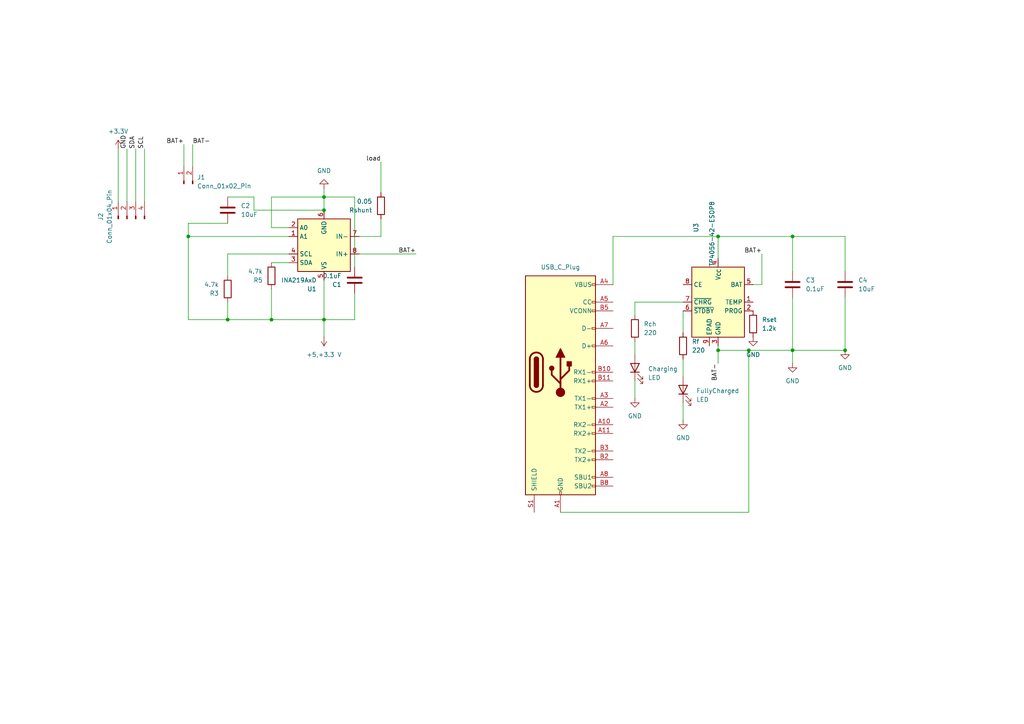
<source format=kicad_sch>
(kicad_sch
	(version 20250114)
	(generator "eeschema")
	(generator_version "9.0")
	(uuid "739e320a-0156-48c2-b6c1-1f4ef5cc91ac")
	(paper "A4")
	(lib_symbols
		(symbol "Battery_Management:TP4056-42-ESOP8"
			(exclude_from_sim no)
			(in_bom yes)
			(on_board yes)
			(property "Reference" "U"
				(at -6.604 11.684 0)
				(effects
					(font
						(size 1.27 1.27)
					)
				)
			)
			(property "Value" "TP4056-42-ESOP8"
				(at 10.16 11.684 0)
				(effects
					(font
						(size 1.27 1.27)
					)
				)
			)
			(property "Footprint" "Package_SO:SOIC-8-1EP_3.9x4.9mm_P1.27mm_EP2.41x3.3mm_ThermalVias"
				(at 0.508 -22.86 0)
				(effects
					(font
						(size 1.27 1.27)
					)
					(hide yes)
				)
			)
			(property "Datasheet" "https://www.lcsc.com/datasheet/lcsc_datasheet_2410121619_TOPPOWER-Nanjing-Extension-Microelectronics-TP4056-42-ESOP8_C16581.pdf"
				(at 0 -25.4 0)
				(effects
					(font
						(size 1.27 1.27)
					)
					(hide yes)
				)
			)
			(property "Description" "1A Standalone Linear Li-ion/LiPo single-cell battery charger, 4.2V ±1% charge voltage, VCC = 4.0..8.0V, SOIC-8 (SOP-8)"
				(at 0.508 -20.32 0)
				(effects
					(font
						(size 1.27 1.27)
					)
					(hide yes)
				)
			)
			(property "ki_keywords" "lithium-ion lithium-polymer Li-Poly"
				(at 0 0 0)
				(effects
					(font
						(size 1.27 1.27)
					)
					(hide yes)
				)
			)
			(property "ki_fp_filters" "*SO*3.9x4.*P1.27mm*EP2.4*x3.3*mm*"
				(at 0 0 0)
				(effects
					(font
						(size 1.27 1.27)
					)
					(hide yes)
				)
			)
			(symbol "TP4056-42-ESOP8_1_0"
				(pin input line
					(at -10.16 5.08 0)
					(length 2.54)
					(name "CE"
						(effects
							(font
								(size 1.27 1.27)
							)
						)
					)
					(number "8"
						(effects
							(font
								(size 1.27 1.27)
							)
						)
					)
				)
				(pin open_collector line
					(at -10.16 0 0)
					(length 2.54)
					(name "~{CHRG}"
						(effects
							(font
								(size 1.27 1.27)
							)
						)
					)
					(number "7"
						(effects
							(font
								(size 1.27 1.27)
							)
						)
					)
				)
				(pin open_collector line
					(at -10.16 -2.54 0)
					(length 2.54)
					(name "~{STDBY}"
						(effects
							(font
								(size 1.27 1.27)
							)
						)
					)
					(number "6"
						(effects
							(font
								(size 1.27 1.27)
							)
						)
					)
				)
				(pin passive line
					(at -2.54 -12.7 90)
					(length 2.54)
					(name "EPAD"
						(effects
							(font
								(size 1.27 1.27)
							)
						)
					)
					(number "9"
						(effects
							(font
								(size 1.27 1.27)
							)
						)
					)
				)
				(pin power_in line
					(at 0 12.7 270)
					(length 2.54)
					(name "V_{CC}"
						(effects
							(font
								(size 1.27 1.27)
							)
						)
					)
					(number "4"
						(effects
							(font
								(size 1.27 1.27)
							)
						)
					)
				)
				(pin power_in line
					(at 0 -12.7 90)
					(length 2.54)
					(name "GND"
						(effects
							(font
								(size 1.27 1.27)
							)
						)
					)
					(number "3"
						(effects
							(font
								(size 1.27 1.27)
							)
						)
					)
				)
				(pin power_out line
					(at 10.16 5.08 180)
					(length 2.54)
					(name "BAT"
						(effects
							(font
								(size 1.27 1.27)
							)
						)
					)
					(number "5"
						(effects
							(font
								(size 1.27 1.27)
							)
						)
					)
				)
				(pin input line
					(at 10.16 0 180)
					(length 2.54)
					(name "TEMP"
						(effects
							(font
								(size 1.27 1.27)
							)
						)
					)
					(number "1"
						(effects
							(font
								(size 1.27 1.27)
							)
						)
					)
				)
				(pin passive line
					(at 10.16 -2.54 180)
					(length 2.54)
					(name "PROG"
						(effects
							(font
								(size 1.27 1.27)
							)
						)
					)
					(number "2"
						(effects
							(font
								(size 1.27 1.27)
							)
						)
					)
				)
			)
			(symbol "TP4056-42-ESOP8_1_1"
				(rectangle
					(start -7.62 10.16)
					(end 7.62 -10.16)
					(stroke
						(width 0.254)
						(type default)
					)
					(fill
						(type background)
					)
				)
			)
			(embedded_fonts no)
		)
		(symbol "Connector:Conn_01x02_Pin"
			(pin_names
				(offset 1.016)
				(hide yes)
			)
			(exclude_from_sim no)
			(in_bom yes)
			(on_board yes)
			(property "Reference" "J"
				(at 0 2.54 0)
				(effects
					(font
						(size 1.27 1.27)
					)
				)
			)
			(property "Value" "Conn_01x02_Pin"
				(at 0 -5.08 0)
				(effects
					(font
						(size 1.27 1.27)
					)
				)
			)
			(property "Footprint" ""
				(at 0 0 0)
				(effects
					(font
						(size 1.27 1.27)
					)
					(hide yes)
				)
			)
			(property "Datasheet" "~"
				(at 0 0 0)
				(effects
					(font
						(size 1.27 1.27)
					)
					(hide yes)
				)
			)
			(property "Description" "Generic connector, single row, 01x02, script generated"
				(at 0 0 0)
				(effects
					(font
						(size 1.27 1.27)
					)
					(hide yes)
				)
			)
			(property "ki_locked" ""
				(at 0 0 0)
				(effects
					(font
						(size 1.27 1.27)
					)
				)
			)
			(property "ki_keywords" "connector"
				(at 0 0 0)
				(effects
					(font
						(size 1.27 1.27)
					)
					(hide yes)
				)
			)
			(property "ki_fp_filters" "Connector*:*_1x??_*"
				(at 0 0 0)
				(effects
					(font
						(size 1.27 1.27)
					)
					(hide yes)
				)
			)
			(symbol "Conn_01x02_Pin_1_1"
				(rectangle
					(start 0.8636 0.127)
					(end 0 -0.127)
					(stroke
						(width 0.1524)
						(type default)
					)
					(fill
						(type outline)
					)
				)
				(rectangle
					(start 0.8636 -2.413)
					(end 0 -2.667)
					(stroke
						(width 0.1524)
						(type default)
					)
					(fill
						(type outline)
					)
				)
				(polyline
					(pts
						(xy 1.27 0) (xy 0.8636 0)
					)
					(stroke
						(width 0.1524)
						(type default)
					)
					(fill
						(type none)
					)
				)
				(polyline
					(pts
						(xy 1.27 -2.54) (xy 0.8636 -2.54)
					)
					(stroke
						(width 0.1524)
						(type default)
					)
					(fill
						(type none)
					)
				)
				(pin passive line
					(at 5.08 0 180)
					(length 3.81)
					(name "Pin_1"
						(effects
							(font
								(size 1.27 1.27)
							)
						)
					)
					(number "1"
						(effects
							(font
								(size 1.27 1.27)
							)
						)
					)
				)
				(pin passive line
					(at 5.08 -2.54 180)
					(length 3.81)
					(name "Pin_2"
						(effects
							(font
								(size 1.27 1.27)
							)
						)
					)
					(number "2"
						(effects
							(font
								(size 1.27 1.27)
							)
						)
					)
				)
			)
			(embedded_fonts no)
		)
		(symbol "Connector:Conn_01x04_Pin"
			(pin_names
				(offset 1.016)
				(hide yes)
			)
			(exclude_from_sim no)
			(in_bom yes)
			(on_board yes)
			(property "Reference" "J"
				(at 0 5.08 0)
				(effects
					(font
						(size 1.27 1.27)
					)
				)
			)
			(property "Value" "Conn_01x04_Pin"
				(at 0 -7.62 0)
				(effects
					(font
						(size 1.27 1.27)
					)
				)
			)
			(property "Footprint" ""
				(at 0 0 0)
				(effects
					(font
						(size 1.27 1.27)
					)
					(hide yes)
				)
			)
			(property "Datasheet" "~"
				(at 0 0 0)
				(effects
					(font
						(size 1.27 1.27)
					)
					(hide yes)
				)
			)
			(property "Description" "Generic connector, single row, 01x04, script generated"
				(at 0 0 0)
				(effects
					(font
						(size 1.27 1.27)
					)
					(hide yes)
				)
			)
			(property "ki_locked" ""
				(at 0 0 0)
				(effects
					(font
						(size 1.27 1.27)
					)
				)
			)
			(property "ki_keywords" "connector"
				(at 0 0 0)
				(effects
					(font
						(size 1.27 1.27)
					)
					(hide yes)
				)
			)
			(property "ki_fp_filters" "Connector*:*_1x??_*"
				(at 0 0 0)
				(effects
					(font
						(size 1.27 1.27)
					)
					(hide yes)
				)
			)
			(symbol "Conn_01x04_Pin_1_1"
				(rectangle
					(start 0.8636 2.667)
					(end 0 2.413)
					(stroke
						(width 0.1524)
						(type default)
					)
					(fill
						(type outline)
					)
				)
				(rectangle
					(start 0.8636 0.127)
					(end 0 -0.127)
					(stroke
						(width 0.1524)
						(type default)
					)
					(fill
						(type outline)
					)
				)
				(rectangle
					(start 0.8636 -2.413)
					(end 0 -2.667)
					(stroke
						(width 0.1524)
						(type default)
					)
					(fill
						(type outline)
					)
				)
				(rectangle
					(start 0.8636 -4.953)
					(end 0 -5.207)
					(stroke
						(width 0.1524)
						(type default)
					)
					(fill
						(type outline)
					)
				)
				(polyline
					(pts
						(xy 1.27 2.54) (xy 0.8636 2.54)
					)
					(stroke
						(width 0.1524)
						(type default)
					)
					(fill
						(type none)
					)
				)
				(polyline
					(pts
						(xy 1.27 0) (xy 0.8636 0)
					)
					(stroke
						(width 0.1524)
						(type default)
					)
					(fill
						(type none)
					)
				)
				(polyline
					(pts
						(xy 1.27 -2.54) (xy 0.8636 -2.54)
					)
					(stroke
						(width 0.1524)
						(type default)
					)
					(fill
						(type none)
					)
				)
				(polyline
					(pts
						(xy 1.27 -5.08) (xy 0.8636 -5.08)
					)
					(stroke
						(width 0.1524)
						(type default)
					)
					(fill
						(type none)
					)
				)
				(pin passive line
					(at 5.08 2.54 180)
					(length 3.81)
					(name "Pin_1"
						(effects
							(font
								(size 1.27 1.27)
							)
						)
					)
					(number "1"
						(effects
							(font
								(size 1.27 1.27)
							)
						)
					)
				)
				(pin passive line
					(at 5.08 0 180)
					(length 3.81)
					(name "Pin_2"
						(effects
							(font
								(size 1.27 1.27)
							)
						)
					)
					(number "2"
						(effects
							(font
								(size 1.27 1.27)
							)
						)
					)
				)
				(pin passive line
					(at 5.08 -2.54 180)
					(length 3.81)
					(name "Pin_3"
						(effects
							(font
								(size 1.27 1.27)
							)
						)
					)
					(number "3"
						(effects
							(font
								(size 1.27 1.27)
							)
						)
					)
				)
				(pin passive line
					(at 5.08 -5.08 180)
					(length 3.81)
					(name "Pin_4"
						(effects
							(font
								(size 1.27 1.27)
							)
						)
					)
					(number "4"
						(effects
							(font
								(size 1.27 1.27)
							)
						)
					)
				)
			)
			(embedded_fonts no)
		)
		(symbol "Connector:USB_C_Plug"
			(pin_names
				(offset 1.016)
			)
			(exclude_from_sim no)
			(in_bom yes)
			(on_board yes)
			(property "Reference" "P"
				(at -10.16 29.21 0)
				(effects
					(font
						(size 1.27 1.27)
					)
					(justify left)
				)
			)
			(property "Value" "USB_C_Plug"
				(at 10.16 29.21 0)
				(effects
					(font
						(size 1.27 1.27)
					)
					(justify right)
				)
			)
			(property "Footprint" ""
				(at 3.81 0 0)
				(effects
					(font
						(size 1.27 1.27)
					)
					(hide yes)
				)
			)
			(property "Datasheet" "https://www.usb.org/sites/default/files/documents/usb_type-c.zip"
				(at 3.81 0 0)
				(effects
					(font
						(size 1.27 1.27)
					)
					(hide yes)
				)
			)
			(property "Description" "USB Type-C Plug connector"
				(at 0 0 0)
				(effects
					(font
						(size 1.27 1.27)
					)
					(hide yes)
				)
			)
			(property "ki_keywords" "usb universal serial bus"
				(at 0 0 0)
				(effects
					(font
						(size 1.27 1.27)
					)
					(hide yes)
				)
			)
			(property "ki_fp_filters" "USB*C*Plug*"
				(at 0 0 0)
				(effects
					(font
						(size 1.27 1.27)
					)
					(hide yes)
				)
			)
			(symbol "USB_C_Plug_0_0"
				(rectangle
					(start -0.254 -35.56)
					(end 0.254 -34.544)
					(stroke
						(width 0)
						(type default)
					)
					(fill
						(type none)
					)
				)
				(rectangle
					(start 10.16 25.654)
					(end 9.144 25.146)
					(stroke
						(width 0)
						(type default)
					)
					(fill
						(type none)
					)
				)
				(rectangle
					(start 10.16 20.574)
					(end 9.144 20.066)
					(stroke
						(width 0)
						(type default)
					)
					(fill
						(type none)
					)
				)
				(rectangle
					(start 10.16 18.034)
					(end 9.144 17.526)
					(stroke
						(width 0)
						(type default)
					)
					(fill
						(type none)
					)
				)
				(rectangle
					(start 10.16 12.954)
					(end 9.144 12.446)
					(stroke
						(width 0)
						(type default)
					)
					(fill
						(type none)
					)
				)
				(rectangle
					(start 10.16 7.874)
					(end 9.144 7.366)
					(stroke
						(width 0)
						(type default)
					)
					(fill
						(type none)
					)
				)
				(rectangle
					(start 10.16 0.254)
					(end 9.144 -0.254)
					(stroke
						(width 0)
						(type default)
					)
					(fill
						(type none)
					)
				)
				(rectangle
					(start 10.16 -2.286)
					(end 9.144 -2.794)
					(stroke
						(width 0)
						(type default)
					)
					(fill
						(type none)
					)
				)
				(rectangle
					(start 10.16 -7.366)
					(end 9.144 -7.874)
					(stroke
						(width 0)
						(type default)
					)
					(fill
						(type none)
					)
				)
				(rectangle
					(start 10.16 -9.906)
					(end 9.144 -10.414)
					(stroke
						(width 0)
						(type default)
					)
					(fill
						(type none)
					)
				)
				(rectangle
					(start 10.16 -14.986)
					(end 9.144 -15.494)
					(stroke
						(width 0)
						(type default)
					)
					(fill
						(type none)
					)
				)
				(rectangle
					(start 10.16 -17.526)
					(end 9.144 -18.034)
					(stroke
						(width 0)
						(type default)
					)
					(fill
						(type none)
					)
				)
				(rectangle
					(start 10.16 -22.606)
					(end 9.144 -23.114)
					(stroke
						(width 0)
						(type default)
					)
					(fill
						(type none)
					)
				)
				(rectangle
					(start 10.16 -25.146)
					(end 9.144 -25.654)
					(stroke
						(width 0)
						(type default)
					)
					(fill
						(type none)
					)
				)
				(rectangle
					(start 10.16 -30.226)
					(end 9.144 -30.734)
					(stroke
						(width 0)
						(type default)
					)
					(fill
						(type none)
					)
				)
				(rectangle
					(start 10.16 -32.766)
					(end 9.144 -33.274)
					(stroke
						(width 0)
						(type default)
					)
					(fill
						(type none)
					)
				)
			)
			(symbol "USB_C_Plug_0_1"
				(rectangle
					(start -10.16 27.94)
					(end 10.16 -35.56)
					(stroke
						(width 0.254)
						(type default)
					)
					(fill
						(type background)
					)
				)
				(polyline
					(pts
						(xy -8.89 -3.81) (xy -8.89 3.81)
					)
					(stroke
						(width 0.508)
						(type default)
					)
					(fill
						(type none)
					)
				)
				(rectangle
					(start -7.62 -3.81)
					(end -6.35 3.81)
					(stroke
						(width 0.254)
						(type default)
					)
					(fill
						(type outline)
					)
				)
				(arc
					(start -7.62 3.81)
					(mid -6.985 4.4423)
					(end -6.35 3.81)
					(stroke
						(width 0.254)
						(type default)
					)
					(fill
						(type none)
					)
				)
				(arc
					(start -7.62 3.81)
					(mid -6.985 4.4423)
					(end -6.35 3.81)
					(stroke
						(width 0.254)
						(type default)
					)
					(fill
						(type outline)
					)
				)
				(arc
					(start -8.89 3.81)
					(mid -6.985 5.7067)
					(end -5.08 3.81)
					(stroke
						(width 0.508)
						(type default)
					)
					(fill
						(type none)
					)
				)
				(arc
					(start -5.08 -3.81)
					(mid -6.985 -5.7067)
					(end -8.89 -3.81)
					(stroke
						(width 0.508)
						(type default)
					)
					(fill
						(type none)
					)
				)
				(arc
					(start -6.35 -3.81)
					(mid -6.985 -4.4423)
					(end -7.62 -3.81)
					(stroke
						(width 0.254)
						(type default)
					)
					(fill
						(type none)
					)
				)
				(arc
					(start -6.35 -3.81)
					(mid -6.985 -4.4423)
					(end -7.62 -3.81)
					(stroke
						(width 0.254)
						(type default)
					)
					(fill
						(type outline)
					)
				)
				(polyline
					(pts
						(xy -5.08 3.81) (xy -5.08 -3.81)
					)
					(stroke
						(width 0.508)
						(type default)
					)
					(fill
						(type none)
					)
				)
			)
			(symbol "USB_C_Plug_1_1"
				(circle
					(center -2.54 1.143)
					(radius 0.635)
					(stroke
						(width 0.254)
						(type default)
					)
					(fill
						(type outline)
					)
				)
				(polyline
					(pts
						(xy -1.27 4.318) (xy 0 6.858) (xy 1.27 4.318) (xy -1.27 4.318)
					)
					(stroke
						(width 0.254)
						(type default)
					)
					(fill
						(type outline)
					)
				)
				(polyline
					(pts
						(xy 0 -2.032) (xy 2.54 0.508) (xy 2.54 1.778)
					)
					(stroke
						(width 0.508)
						(type default)
					)
					(fill
						(type none)
					)
				)
				(polyline
					(pts
						(xy 0 -3.302) (xy -2.54 -0.762) (xy -2.54 0.508)
					)
					(stroke
						(width 0.508)
						(type default)
					)
					(fill
						(type none)
					)
				)
				(polyline
					(pts
						(xy 0 -5.842) (xy 0 4.318)
					)
					(stroke
						(width 0.508)
						(type default)
					)
					(fill
						(type none)
					)
				)
				(circle
					(center 0 -5.842)
					(radius 1.27)
					(stroke
						(width 0)
						(type default)
					)
					(fill
						(type outline)
					)
				)
				(rectangle
					(start 1.905 1.778)
					(end 3.175 3.048)
					(stroke
						(width 0.254)
						(type default)
					)
					(fill
						(type outline)
					)
				)
				(pin passive line
					(at -7.62 -40.64 90)
					(length 5.08)
					(name "SHIELD"
						(effects
							(font
								(size 1.27 1.27)
							)
						)
					)
					(number "S1"
						(effects
							(font
								(size 1.27 1.27)
							)
						)
					)
				)
				(pin passive line
					(at 0 -40.64 90)
					(length 5.08)
					(name "GND"
						(effects
							(font
								(size 1.27 1.27)
							)
						)
					)
					(number "A1"
						(effects
							(font
								(size 1.27 1.27)
							)
						)
					)
				)
				(pin passive line
					(at 0 -40.64 90)
					(length 5.08)
					(hide yes)
					(name "GND"
						(effects
							(font
								(size 1.27 1.27)
							)
						)
					)
					(number "A12"
						(effects
							(font
								(size 1.27 1.27)
							)
						)
					)
				)
				(pin passive line
					(at 0 -40.64 90)
					(length 5.08)
					(hide yes)
					(name "GND"
						(effects
							(font
								(size 1.27 1.27)
							)
						)
					)
					(number "B1"
						(effects
							(font
								(size 1.27 1.27)
							)
						)
					)
				)
				(pin passive line
					(at 0 -40.64 90)
					(length 5.08)
					(hide yes)
					(name "GND"
						(effects
							(font
								(size 1.27 1.27)
							)
						)
					)
					(number "B12"
						(effects
							(font
								(size 1.27 1.27)
							)
						)
					)
				)
				(pin passive line
					(at 15.24 25.4 180)
					(length 5.08)
					(name "VBUS"
						(effects
							(font
								(size 1.27 1.27)
							)
						)
					)
					(number "A4"
						(effects
							(font
								(size 1.27 1.27)
							)
						)
					)
				)
				(pin passive line
					(at 15.24 25.4 180)
					(length 5.08)
					(hide yes)
					(name "VBUS"
						(effects
							(font
								(size 1.27 1.27)
							)
						)
					)
					(number "A9"
						(effects
							(font
								(size 1.27 1.27)
							)
						)
					)
				)
				(pin passive line
					(at 15.24 25.4 180)
					(length 5.08)
					(hide yes)
					(name "VBUS"
						(effects
							(font
								(size 1.27 1.27)
							)
						)
					)
					(number "B4"
						(effects
							(font
								(size 1.27 1.27)
							)
						)
					)
				)
				(pin passive line
					(at 15.24 25.4 180)
					(length 5.08)
					(hide yes)
					(name "VBUS"
						(effects
							(font
								(size 1.27 1.27)
							)
						)
					)
					(number "B9"
						(effects
							(font
								(size 1.27 1.27)
							)
						)
					)
				)
				(pin bidirectional line
					(at 15.24 20.32 180)
					(length 5.08)
					(name "CC"
						(effects
							(font
								(size 1.27 1.27)
							)
						)
					)
					(number "A5"
						(effects
							(font
								(size 1.27 1.27)
							)
						)
					)
				)
				(pin bidirectional line
					(at 15.24 17.78 180)
					(length 5.08)
					(name "VCONN"
						(effects
							(font
								(size 1.27 1.27)
							)
						)
					)
					(number "B5"
						(effects
							(font
								(size 1.27 1.27)
							)
						)
					)
				)
				(pin bidirectional line
					(at 15.24 12.7 180)
					(length 5.08)
					(name "D-"
						(effects
							(font
								(size 1.27 1.27)
							)
						)
					)
					(number "A7"
						(effects
							(font
								(size 1.27 1.27)
							)
						)
					)
				)
				(pin bidirectional line
					(at 15.24 7.62 180)
					(length 5.08)
					(name "D+"
						(effects
							(font
								(size 1.27 1.27)
							)
						)
					)
					(number "A6"
						(effects
							(font
								(size 1.27 1.27)
							)
						)
					)
				)
				(pin bidirectional line
					(at 15.24 0 180)
					(length 5.08)
					(name "RX1-"
						(effects
							(font
								(size 1.27 1.27)
							)
						)
					)
					(number "B10"
						(effects
							(font
								(size 1.27 1.27)
							)
						)
					)
				)
				(pin bidirectional line
					(at 15.24 -2.54 180)
					(length 5.08)
					(name "RX1+"
						(effects
							(font
								(size 1.27 1.27)
							)
						)
					)
					(number "B11"
						(effects
							(font
								(size 1.27 1.27)
							)
						)
					)
				)
				(pin bidirectional line
					(at 15.24 -7.62 180)
					(length 5.08)
					(name "TX1-"
						(effects
							(font
								(size 1.27 1.27)
							)
						)
					)
					(number "A3"
						(effects
							(font
								(size 1.27 1.27)
							)
						)
					)
				)
				(pin bidirectional line
					(at 15.24 -10.16 180)
					(length 5.08)
					(name "TX1+"
						(effects
							(font
								(size 1.27 1.27)
							)
						)
					)
					(number "A2"
						(effects
							(font
								(size 1.27 1.27)
							)
						)
					)
				)
				(pin bidirectional line
					(at 15.24 -15.24 180)
					(length 5.08)
					(name "RX2-"
						(effects
							(font
								(size 1.27 1.27)
							)
						)
					)
					(number "A10"
						(effects
							(font
								(size 1.27 1.27)
							)
						)
					)
				)
				(pin bidirectional line
					(at 15.24 -17.78 180)
					(length 5.08)
					(name "RX2+"
						(effects
							(font
								(size 1.27 1.27)
							)
						)
					)
					(number "A11"
						(effects
							(font
								(size 1.27 1.27)
							)
						)
					)
				)
				(pin bidirectional line
					(at 15.24 -22.86 180)
					(length 5.08)
					(name "TX2-"
						(effects
							(font
								(size 1.27 1.27)
							)
						)
					)
					(number "B3"
						(effects
							(font
								(size 1.27 1.27)
							)
						)
					)
				)
				(pin bidirectional line
					(at 15.24 -25.4 180)
					(length 5.08)
					(name "TX2+"
						(effects
							(font
								(size 1.27 1.27)
							)
						)
					)
					(number "B2"
						(effects
							(font
								(size 1.27 1.27)
							)
						)
					)
				)
				(pin bidirectional line
					(at 15.24 -30.48 180)
					(length 5.08)
					(name "SBU1"
						(effects
							(font
								(size 1.27 1.27)
							)
						)
					)
					(number "A8"
						(effects
							(font
								(size 1.27 1.27)
							)
						)
					)
				)
				(pin bidirectional line
					(at 15.24 -33.02 180)
					(length 5.08)
					(name "SBU2"
						(effects
							(font
								(size 1.27 1.27)
							)
						)
					)
					(number "B8"
						(effects
							(font
								(size 1.27 1.27)
							)
						)
					)
				)
			)
			(embedded_fonts no)
		)
		(symbol "Device:C"
			(pin_numbers
				(hide yes)
			)
			(pin_names
				(offset 0.254)
			)
			(exclude_from_sim no)
			(in_bom yes)
			(on_board yes)
			(property "Reference" "C"
				(at 0.635 2.54 0)
				(effects
					(font
						(size 1.27 1.27)
					)
					(justify left)
				)
			)
			(property "Value" "C"
				(at 0.635 -2.54 0)
				(effects
					(font
						(size 1.27 1.27)
					)
					(justify left)
				)
			)
			(property "Footprint" ""
				(at 0.9652 -3.81 0)
				(effects
					(font
						(size 1.27 1.27)
					)
					(hide yes)
				)
			)
			(property "Datasheet" "~"
				(at 0 0 0)
				(effects
					(font
						(size 1.27 1.27)
					)
					(hide yes)
				)
			)
			(property "Description" "Unpolarized capacitor"
				(at 0 0 0)
				(effects
					(font
						(size 1.27 1.27)
					)
					(hide yes)
				)
			)
			(property "ki_keywords" "cap capacitor"
				(at 0 0 0)
				(effects
					(font
						(size 1.27 1.27)
					)
					(hide yes)
				)
			)
			(property "ki_fp_filters" "C_*"
				(at 0 0 0)
				(effects
					(font
						(size 1.27 1.27)
					)
					(hide yes)
				)
			)
			(symbol "C_0_1"
				(polyline
					(pts
						(xy -2.032 0.762) (xy 2.032 0.762)
					)
					(stroke
						(width 0.508)
						(type default)
					)
					(fill
						(type none)
					)
				)
				(polyline
					(pts
						(xy -2.032 -0.762) (xy 2.032 -0.762)
					)
					(stroke
						(width 0.508)
						(type default)
					)
					(fill
						(type none)
					)
				)
			)
			(symbol "C_1_1"
				(pin passive line
					(at 0 3.81 270)
					(length 2.794)
					(name "~"
						(effects
							(font
								(size 1.27 1.27)
							)
						)
					)
					(number "1"
						(effects
							(font
								(size 1.27 1.27)
							)
						)
					)
				)
				(pin passive line
					(at 0 -3.81 90)
					(length 2.794)
					(name "~"
						(effects
							(font
								(size 1.27 1.27)
							)
						)
					)
					(number "2"
						(effects
							(font
								(size 1.27 1.27)
							)
						)
					)
				)
			)
			(embedded_fonts no)
		)
		(symbol "Device:LED"
			(pin_numbers
				(hide yes)
			)
			(pin_names
				(offset 1.016)
				(hide yes)
			)
			(exclude_from_sim no)
			(in_bom yes)
			(on_board yes)
			(property "Reference" "D"
				(at 0 2.54 0)
				(effects
					(font
						(size 1.27 1.27)
					)
				)
			)
			(property "Value" "LED"
				(at 0 -2.54 0)
				(effects
					(font
						(size 1.27 1.27)
					)
				)
			)
			(property "Footprint" ""
				(at 0 0 0)
				(effects
					(font
						(size 1.27 1.27)
					)
					(hide yes)
				)
			)
			(property "Datasheet" "~"
				(at 0 0 0)
				(effects
					(font
						(size 1.27 1.27)
					)
					(hide yes)
				)
			)
			(property "Description" "Light emitting diode"
				(at 0 0 0)
				(effects
					(font
						(size 1.27 1.27)
					)
					(hide yes)
				)
			)
			(property "Sim.Pins" "1=K 2=A"
				(at 0 0 0)
				(effects
					(font
						(size 1.27 1.27)
					)
					(hide yes)
				)
			)
			(property "ki_keywords" "LED diode"
				(at 0 0 0)
				(effects
					(font
						(size 1.27 1.27)
					)
					(hide yes)
				)
			)
			(property "ki_fp_filters" "LED* LED_SMD:* LED_THT:*"
				(at 0 0 0)
				(effects
					(font
						(size 1.27 1.27)
					)
					(hide yes)
				)
			)
			(symbol "LED_0_1"
				(polyline
					(pts
						(xy -3.048 -0.762) (xy -4.572 -2.286) (xy -3.81 -2.286) (xy -4.572 -2.286) (xy -4.572 -1.524)
					)
					(stroke
						(width 0)
						(type default)
					)
					(fill
						(type none)
					)
				)
				(polyline
					(pts
						(xy -1.778 -0.762) (xy -3.302 -2.286) (xy -2.54 -2.286) (xy -3.302 -2.286) (xy -3.302 -1.524)
					)
					(stroke
						(width 0)
						(type default)
					)
					(fill
						(type none)
					)
				)
				(polyline
					(pts
						(xy -1.27 0) (xy 1.27 0)
					)
					(stroke
						(width 0)
						(type default)
					)
					(fill
						(type none)
					)
				)
				(polyline
					(pts
						(xy -1.27 -1.27) (xy -1.27 1.27)
					)
					(stroke
						(width 0.254)
						(type default)
					)
					(fill
						(type none)
					)
				)
				(polyline
					(pts
						(xy 1.27 -1.27) (xy 1.27 1.27) (xy -1.27 0) (xy 1.27 -1.27)
					)
					(stroke
						(width 0.254)
						(type default)
					)
					(fill
						(type none)
					)
				)
			)
			(symbol "LED_1_1"
				(pin passive line
					(at -3.81 0 0)
					(length 2.54)
					(name "K"
						(effects
							(font
								(size 1.27 1.27)
							)
						)
					)
					(number "1"
						(effects
							(font
								(size 1.27 1.27)
							)
						)
					)
				)
				(pin passive line
					(at 3.81 0 180)
					(length 2.54)
					(name "A"
						(effects
							(font
								(size 1.27 1.27)
							)
						)
					)
					(number "2"
						(effects
							(font
								(size 1.27 1.27)
							)
						)
					)
				)
			)
			(embedded_fonts no)
		)
		(symbol "Device:R"
			(pin_numbers
				(hide yes)
			)
			(pin_names
				(offset 0)
			)
			(exclude_from_sim no)
			(in_bom yes)
			(on_board yes)
			(property "Reference" "R"
				(at 2.032 0 90)
				(effects
					(font
						(size 1.27 1.27)
					)
				)
			)
			(property "Value" "R"
				(at 0 0 90)
				(effects
					(font
						(size 1.27 1.27)
					)
				)
			)
			(property "Footprint" ""
				(at -1.778 0 90)
				(effects
					(font
						(size 1.27 1.27)
					)
					(hide yes)
				)
			)
			(property "Datasheet" "~"
				(at 0 0 0)
				(effects
					(font
						(size 1.27 1.27)
					)
					(hide yes)
				)
			)
			(property "Description" "Resistor"
				(at 0 0 0)
				(effects
					(font
						(size 1.27 1.27)
					)
					(hide yes)
				)
			)
			(property "ki_keywords" "R res resistor"
				(at 0 0 0)
				(effects
					(font
						(size 1.27 1.27)
					)
					(hide yes)
				)
			)
			(property "ki_fp_filters" "R_*"
				(at 0 0 0)
				(effects
					(font
						(size 1.27 1.27)
					)
					(hide yes)
				)
			)
			(symbol "R_0_1"
				(rectangle
					(start -1.016 -2.54)
					(end 1.016 2.54)
					(stroke
						(width 0.254)
						(type default)
					)
					(fill
						(type none)
					)
				)
			)
			(symbol "R_1_1"
				(pin passive line
					(at 0 3.81 270)
					(length 1.27)
					(name "~"
						(effects
							(font
								(size 1.27 1.27)
							)
						)
					)
					(number "1"
						(effects
							(font
								(size 1.27 1.27)
							)
						)
					)
				)
				(pin passive line
					(at 0 -3.81 90)
					(length 1.27)
					(name "~"
						(effects
							(font
								(size 1.27 1.27)
							)
						)
					)
					(number "2"
						(effects
							(font
								(size 1.27 1.27)
							)
						)
					)
				)
			)
			(embedded_fonts no)
		)
		(symbol "Sensor_Energy:INA219AxD"
			(exclude_from_sim no)
			(in_bom yes)
			(on_board yes)
			(property "Reference" "U"
				(at -6.35 8.89 0)
				(effects
					(font
						(size 1.27 1.27)
					)
				)
			)
			(property "Value" "INA219AxD"
				(at 5.08 8.89 0)
				(effects
					(font
						(size 1.27 1.27)
					)
				)
			)
			(property "Footprint" "Package_SO:SOIC-8_3.9x4.9mm_P1.27mm"
				(at 20.32 -8.89 0)
				(effects
					(font
						(size 1.27 1.27)
					)
					(hide yes)
				)
			)
			(property "Datasheet" "http://www.ti.com/lit/ds/symlink/ina219.pdf"
				(at 8.89 -2.54 0)
				(effects
					(font
						(size 1.27 1.27)
					)
					(hide yes)
				)
			)
			(property "Description" "Zero-Drift, Bidirectional Current/Power Monitor (0-26V) With I2C Interface, SOIC-8"
				(at 0 0 0)
				(effects
					(font
						(size 1.27 1.27)
					)
					(hide yes)
				)
			)
			(property "ki_keywords" "ADC I2C 16-Bit Oversampling Current Shunt"
				(at 0 0 0)
				(effects
					(font
						(size 1.27 1.27)
					)
					(hide yes)
				)
			)
			(property "ki_fp_filters" "SOIC*3.9x4.9mm*P1.27mm*"
				(at 0 0 0)
				(effects
					(font
						(size 1.27 1.27)
					)
					(hide yes)
				)
			)
			(symbol "INA219AxD_0_1"
				(rectangle
					(start -7.62 7.62)
					(end 7.62 -7.62)
					(stroke
						(width 0.254)
						(type default)
					)
					(fill
						(type background)
					)
				)
			)
			(symbol "INA219AxD_1_1"
				(pin input line
					(at -10.16 2.54 0)
					(length 2.54)
					(name "IN+"
						(effects
							(font
								(size 1.27 1.27)
							)
						)
					)
					(number "8"
						(effects
							(font
								(size 1.27 1.27)
							)
						)
					)
				)
				(pin input line
					(at -10.16 -2.54 0)
					(length 2.54)
					(name "IN-"
						(effects
							(font
								(size 1.27 1.27)
							)
						)
					)
					(number "7"
						(effects
							(font
								(size 1.27 1.27)
							)
						)
					)
				)
				(pin power_in line
					(at 0 10.16 270)
					(length 2.54)
					(name "VS"
						(effects
							(font
								(size 1.27 1.27)
							)
						)
					)
					(number "5"
						(effects
							(font
								(size 1.27 1.27)
							)
						)
					)
				)
				(pin power_in line
					(at 0 -10.16 90)
					(length 2.54)
					(name "GND"
						(effects
							(font
								(size 1.27 1.27)
							)
						)
					)
					(number "6"
						(effects
							(font
								(size 1.27 1.27)
							)
						)
					)
				)
				(pin bidirectional line
					(at 10.16 5.08 180)
					(length 2.54)
					(name "SDA"
						(effects
							(font
								(size 1.27 1.27)
							)
						)
					)
					(number "3"
						(effects
							(font
								(size 1.27 1.27)
							)
						)
					)
				)
				(pin input line
					(at 10.16 2.54 180)
					(length 2.54)
					(name "SCL"
						(effects
							(font
								(size 1.27 1.27)
							)
						)
					)
					(number "4"
						(effects
							(font
								(size 1.27 1.27)
							)
						)
					)
				)
				(pin input line
					(at 10.16 -2.54 180)
					(length 2.54)
					(name "A1"
						(effects
							(font
								(size 1.27 1.27)
							)
						)
					)
					(number "1"
						(effects
							(font
								(size 1.27 1.27)
							)
						)
					)
				)
				(pin input line
					(at 10.16 -5.08 180)
					(length 2.54)
					(name "A0"
						(effects
							(font
								(size 1.27 1.27)
							)
						)
					)
					(number "2"
						(effects
							(font
								(size 1.27 1.27)
							)
						)
					)
				)
			)
			(embedded_fonts no)
		)
		(symbol "power:+3.3V"
			(power)
			(pin_numbers
				(hide yes)
			)
			(pin_names
				(offset 0)
				(hide yes)
			)
			(exclude_from_sim no)
			(in_bom yes)
			(on_board yes)
			(property "Reference" "#PWR"
				(at 0 -3.81 0)
				(effects
					(font
						(size 1.27 1.27)
					)
					(hide yes)
				)
			)
			(property "Value" "+3.3V"
				(at 0 3.556 0)
				(effects
					(font
						(size 1.27 1.27)
					)
				)
			)
			(property "Footprint" ""
				(at 0 0 0)
				(effects
					(font
						(size 1.27 1.27)
					)
					(hide yes)
				)
			)
			(property "Datasheet" ""
				(at 0 0 0)
				(effects
					(font
						(size 1.27 1.27)
					)
					(hide yes)
				)
			)
			(property "Description" "Power symbol creates a global label with name \"+3.3V\""
				(at 0 0 0)
				(effects
					(font
						(size 1.27 1.27)
					)
					(hide yes)
				)
			)
			(property "ki_keywords" "global power"
				(at 0 0 0)
				(effects
					(font
						(size 1.27 1.27)
					)
					(hide yes)
				)
			)
			(symbol "+3.3V_0_1"
				(polyline
					(pts
						(xy -0.762 1.27) (xy 0 2.54)
					)
					(stroke
						(width 0)
						(type default)
					)
					(fill
						(type none)
					)
				)
				(polyline
					(pts
						(xy 0 2.54) (xy 0.762 1.27)
					)
					(stroke
						(width 0)
						(type default)
					)
					(fill
						(type none)
					)
				)
				(polyline
					(pts
						(xy 0 0) (xy 0 2.54)
					)
					(stroke
						(width 0)
						(type default)
					)
					(fill
						(type none)
					)
				)
			)
			(symbol "+3.3V_1_1"
				(pin power_in line
					(at 0 0 90)
					(length 0)
					(name "~"
						(effects
							(font
								(size 1.27 1.27)
							)
						)
					)
					(number "1"
						(effects
							(font
								(size 1.27 1.27)
							)
						)
					)
				)
			)
			(embedded_fonts no)
		)
		(symbol "power:GND"
			(power)
			(pin_numbers
				(hide yes)
			)
			(pin_names
				(offset 0)
				(hide yes)
			)
			(exclude_from_sim no)
			(in_bom yes)
			(on_board yes)
			(property "Reference" "#PWR"
				(at 0 -6.35 0)
				(effects
					(font
						(size 1.27 1.27)
					)
					(hide yes)
				)
			)
			(property "Value" "GND"
				(at 0 -3.81 0)
				(effects
					(font
						(size 1.27 1.27)
					)
				)
			)
			(property "Footprint" ""
				(at 0 0 0)
				(effects
					(font
						(size 1.27 1.27)
					)
					(hide yes)
				)
			)
			(property "Datasheet" ""
				(at 0 0 0)
				(effects
					(font
						(size 1.27 1.27)
					)
					(hide yes)
				)
			)
			(property "Description" "Power symbol creates a global label with name \"GND\" , ground"
				(at 0 0 0)
				(effects
					(font
						(size 1.27 1.27)
					)
					(hide yes)
				)
			)
			(property "ki_keywords" "global power"
				(at 0 0 0)
				(effects
					(font
						(size 1.27 1.27)
					)
					(hide yes)
				)
			)
			(symbol "GND_0_1"
				(polyline
					(pts
						(xy 0 0) (xy 0 -1.27) (xy 1.27 -1.27) (xy 0 -2.54) (xy -1.27 -1.27) (xy 0 -1.27)
					)
					(stroke
						(width 0)
						(type default)
					)
					(fill
						(type none)
					)
				)
			)
			(symbol "GND_1_1"
				(pin power_in line
					(at 0 0 270)
					(length 0)
					(name "~"
						(effects
							(font
								(size 1.27 1.27)
							)
						)
					)
					(number "1"
						(effects
							(font
								(size 1.27 1.27)
							)
						)
					)
				)
			)
			(embedded_fonts no)
		)
	)
	(junction
		(at 229.87 101.6)
		(diameter 0)
		(color 0 0 0 0)
		(uuid "088cdf85-b421-4ba0-a58d-d306dd8fdd99")
	)
	(junction
		(at 208.28 101.6)
		(diameter 0)
		(color 0 0 0 0)
		(uuid "1b8de1c9-4789-4c0d-80bd-6a82632aa4bd")
	)
	(junction
		(at 93.98 57.15)
		(diameter 0)
		(color 0 0 0 0)
		(uuid "8dbf1e5b-c687-44ee-bc5e-5c50fc63a221")
	)
	(junction
		(at 245.11 101.6)
		(diameter 0)
		(color 0 0 0 0)
		(uuid "8e5ed608-8481-4052-93e5-9d3f47ac8a6c")
	)
	(junction
		(at 93.98 60.96)
		(diameter 0)
		(color 0 0 0 0)
		(uuid "996ae76c-a0ce-451b-951b-9c06be8ddc08")
	)
	(junction
		(at 217.17 101.6)
		(diameter 0)
		(color 0 0 0 0)
		(uuid "bc4c8215-4909-4ae0-949b-441e6e8edfb9")
	)
	(junction
		(at 229.87 68.58)
		(diameter 0)
		(color 0 0 0 0)
		(uuid "d5c1b2d9-ff30-40a2-8e3f-25e0ca5ba3d4")
	)
	(junction
		(at 93.98 92.71)
		(diameter 0)
		(color 0 0 0 0)
		(uuid "dd797316-b0de-4123-a25f-705c0cb971e1")
	)
	(junction
		(at 208.28 68.58)
		(diameter 0)
		(color 0 0 0 0)
		(uuid "dff3fc8b-4bf9-46dd-8cb8-16c6b45db262")
	)
	(junction
		(at 78.74 92.71)
		(diameter 0)
		(color 0 0 0 0)
		(uuid "e435249f-3dd8-44c5-96e5-67d757f85254")
	)
	(junction
		(at 54.61 68.58)
		(diameter 0)
		(color 0 0 0 0)
		(uuid "f597d962-557c-4976-8967-6d5969dee242")
	)
	(junction
		(at 66.04 92.71)
		(diameter 0)
		(color 0 0 0 0)
		(uuid "fe7e1ac2-1d75-4dcd-9d65-12fec84174ca")
	)
	(wire
		(pts
			(xy 54.61 64.77) (xy 66.04 64.77)
		)
		(stroke
			(width 0)
			(type default)
		)
		(uuid "04d7843c-4aae-462c-9c56-58ea580ac7a8")
	)
	(wire
		(pts
			(xy 73.66 57.15) (xy 73.66 60.96)
		)
		(stroke
			(width 0)
			(type default)
		)
		(uuid "088eaa83-07d6-47ad-83ba-2218dd64ae6c")
	)
	(wire
		(pts
			(xy 78.74 57.15) (xy 93.98 57.15)
		)
		(stroke
			(width 0)
			(type default)
		)
		(uuid "0be2bfef-98e4-4391-99e2-c9686a382bd9")
	)
	(wire
		(pts
			(xy 55.88 41.91) (xy 55.88 48.26)
		)
		(stroke
			(width 0)
			(type default)
		)
		(uuid "0be92839-b3ea-4f7c-a5eb-acb0cbaef9b2")
	)
	(wire
		(pts
			(xy 102.87 77.47) (xy 102.87 57.15)
		)
		(stroke
			(width 0)
			(type default)
		)
		(uuid "0e1cb81e-a20f-4907-8812-0d24fda44ea8")
	)
	(wire
		(pts
			(xy 184.15 110.49) (xy 184.15 115.57)
		)
		(stroke
			(width 0)
			(type default)
		)
		(uuid "0fca4eda-b21a-46fc-9ad8-50470ecfd895")
	)
	(wire
		(pts
			(xy 66.04 57.15) (xy 73.66 57.15)
		)
		(stroke
			(width 0)
			(type default)
		)
		(uuid "120135c4-72ba-4a58-a327-fc21989cb819")
	)
	(wire
		(pts
			(xy 229.87 68.58) (xy 245.11 68.58)
		)
		(stroke
			(width 0)
			(type default)
		)
		(uuid "14ad5f14-3c18-413d-adcd-61318c047b06")
	)
	(wire
		(pts
			(xy 34.29 43.18) (xy 34.29 58.42)
		)
		(stroke
			(width 0)
			(type default)
		)
		(uuid "15d9b11b-f750-4b3f-aeef-d98bd0b6245d")
	)
	(wire
		(pts
			(xy 66.04 92.71) (xy 66.04 87.63)
		)
		(stroke
			(width 0)
			(type default)
		)
		(uuid "1785e390-54d1-4011-80d0-dbedc7748e57")
	)
	(wire
		(pts
			(xy 110.49 55.88) (xy 110.49 46.99)
		)
		(stroke
			(width 0)
			(type default)
		)
		(uuid "1b68127b-a1b2-43d9-8675-cc196abc95f0")
	)
	(wire
		(pts
			(xy 78.74 92.71) (xy 66.04 92.71)
		)
		(stroke
			(width 0)
			(type default)
		)
		(uuid "1d600934-2d8b-4971-9f7d-a0dde9fd872e")
	)
	(wire
		(pts
			(xy 220.98 73.66) (xy 220.98 82.55)
		)
		(stroke
			(width 0)
			(type default)
		)
		(uuid "2324b8e8-4695-4891-aa40-d89f41d73eca")
	)
	(wire
		(pts
			(xy 78.74 83.82) (xy 78.74 92.71)
		)
		(stroke
			(width 0)
			(type default)
		)
		(uuid "235c80c6-b3d1-45e4-b228-bcc307f2a852")
	)
	(wire
		(pts
			(xy 54.61 68.58) (xy 54.61 64.77)
		)
		(stroke
			(width 0)
			(type default)
		)
		(uuid "2e0d84a4-4b48-4653-9fc2-ac92f9cda6b7")
	)
	(wire
		(pts
			(xy 177.8 68.58) (xy 208.28 68.58)
		)
		(stroke
			(width 0)
			(type default)
		)
		(uuid "31ea5b9e-0f24-4881-bdbc-d57342b92123")
	)
	(wire
		(pts
			(xy 208.28 101.6) (xy 208.28 105.41)
		)
		(stroke
			(width 0)
			(type default)
		)
		(uuid "472fd0b0-8c23-44c9-8543-7fe08dfa860b")
	)
	(wire
		(pts
			(xy 162.56 148.59) (xy 217.17 148.59)
		)
		(stroke
			(width 0)
			(type default)
		)
		(uuid "4989edde-06cb-4d4d-a648-13a905203590")
	)
	(wire
		(pts
			(xy 41.91 43.18) (xy 41.91 58.42)
		)
		(stroke
			(width 0)
			(type default)
		)
		(uuid "4d03281f-7b11-4867-b24c-15e1c927389c")
	)
	(wire
		(pts
			(xy 229.87 101.6) (xy 245.11 101.6)
		)
		(stroke
			(width 0)
			(type default)
		)
		(uuid "535a9e10-d5f1-43dc-9156-b84675d0ece3")
	)
	(wire
		(pts
			(xy 198.12 104.14) (xy 198.12 109.22)
		)
		(stroke
			(width 0)
			(type default)
		)
		(uuid "5d5bf5c0-d396-45ac-a827-5737225fc87a")
	)
	(wire
		(pts
			(xy 208.28 101.6) (xy 217.17 101.6)
		)
		(stroke
			(width 0)
			(type default)
		)
		(uuid "61417cbc-fbc0-460f-a7e4-2beee5da217a")
	)
	(wire
		(pts
			(xy 229.87 101.6) (xy 229.87 105.41)
		)
		(stroke
			(width 0)
			(type default)
		)
		(uuid "6c066cc1-5bcc-48b8-b809-b8f626e12089")
	)
	(wire
		(pts
			(xy 184.15 87.63) (xy 184.15 91.44)
		)
		(stroke
			(width 0)
			(type default)
		)
		(uuid "71bf7456-4634-46f8-843d-0f76b31c6e52")
	)
	(wire
		(pts
			(xy 110.49 63.5) (xy 110.49 68.58)
		)
		(stroke
			(width 0)
			(type default)
		)
		(uuid "7b898654-444c-4a87-9934-65ee41a30ab9")
	)
	(wire
		(pts
			(xy 54.61 68.58) (xy 54.61 92.71)
		)
		(stroke
			(width 0)
			(type default)
		)
		(uuid "7f1d6cc0-3a0c-4782-a113-1d386d8107ac")
	)
	(wire
		(pts
			(xy 83.82 66.04) (xy 78.74 66.04)
		)
		(stroke
			(width 0)
			(type default)
		)
		(uuid "891c6c32-a570-4932-ba71-802909890e58")
	)
	(wire
		(pts
			(xy 245.11 86.36) (xy 245.11 101.6)
		)
		(stroke
			(width 0)
			(type default)
		)
		(uuid "90e72fa5-b555-4a6a-a2ae-a2420d9ac23c")
	)
	(wire
		(pts
			(xy 102.87 57.15) (xy 93.98 57.15)
		)
		(stroke
			(width 0)
			(type default)
		)
		(uuid "91e03087-b28f-434b-9d12-ae914f4d0a49")
	)
	(wire
		(pts
			(xy 73.66 60.96) (xy 93.98 60.96)
		)
		(stroke
			(width 0)
			(type default)
		)
		(uuid "9458ad01-71a1-4091-b9c1-f603d83fe28e")
	)
	(wire
		(pts
			(xy 54.61 68.58) (xy 83.82 68.58)
		)
		(stroke
			(width 0)
			(type default)
		)
		(uuid "9a105035-f8f9-4f2a-845e-89f8dd0626cc")
	)
	(wire
		(pts
			(xy 66.04 80.01) (xy 66.04 73.66)
		)
		(stroke
			(width 0)
			(type default)
		)
		(uuid "a1c43302-e206-451e-b0f6-1d232a2171ff")
	)
	(wire
		(pts
			(xy 245.11 68.58) (xy 245.11 78.74)
		)
		(stroke
			(width 0)
			(type default)
		)
		(uuid "a1c4ed2d-c636-4359-bfb1-43e4deb341c2")
	)
	(wire
		(pts
			(xy 39.37 43.18) (xy 39.37 58.42)
		)
		(stroke
			(width 0)
			(type default)
		)
		(uuid "a1d6ff18-1c11-48ac-8bbb-105900fa8c27")
	)
	(wire
		(pts
			(xy 102.87 92.71) (xy 102.87 85.09)
		)
		(stroke
			(width 0)
			(type default)
		)
		(uuid "a4f423cd-f356-4f93-8856-0fcf806fe146")
	)
	(wire
		(pts
			(xy 83.82 76.2) (xy 78.74 76.2)
		)
		(stroke
			(width 0)
			(type default)
		)
		(uuid "a92c7236-b291-44fa-a7dd-5a82a2e134d9")
	)
	(wire
		(pts
			(xy 93.98 97.79) (xy 93.98 92.71)
		)
		(stroke
			(width 0)
			(type default)
		)
		(uuid "aa914283-ac0a-4def-a264-8026aa20c514")
	)
	(wire
		(pts
			(xy 208.28 68.58) (xy 229.87 68.58)
		)
		(stroke
			(width 0)
			(type default)
		)
		(uuid "ab3757b7-b9f9-401b-b657-3125f8c59f0c")
	)
	(wire
		(pts
			(xy 208.28 100.33) (xy 208.28 101.6)
		)
		(stroke
			(width 0)
			(type default)
		)
		(uuid "abad687b-f53c-42cf-9a38-e4da9f475731")
	)
	(wire
		(pts
			(xy 208.28 68.58) (xy 208.28 74.93)
		)
		(stroke
			(width 0)
			(type default)
		)
		(uuid "aee960bd-444f-48d6-8699-ae275d6b9123")
	)
	(wire
		(pts
			(xy 229.87 86.36) (xy 229.87 101.6)
		)
		(stroke
			(width 0)
			(type default)
		)
		(uuid "af0cb52a-7011-4f0b-8de9-670158bc33fe")
	)
	(wire
		(pts
			(xy 177.8 68.58) (xy 177.8 82.55)
		)
		(stroke
			(width 0)
			(type default)
		)
		(uuid "af668d37-18c2-405f-9bcf-a787ce556115")
	)
	(wire
		(pts
			(xy 217.17 101.6) (xy 217.17 148.59)
		)
		(stroke
			(width 0)
			(type default)
		)
		(uuid "afc0772b-ceac-4f82-92fd-ea3591d07428")
	)
	(wire
		(pts
			(xy 83.82 73.66) (xy 66.04 73.66)
		)
		(stroke
			(width 0)
			(type default)
		)
		(uuid "b07f394c-5db7-4f6e-ba7a-14d4b132659c")
	)
	(wire
		(pts
			(xy 36.83 43.18) (xy 36.83 58.42)
		)
		(stroke
			(width 0)
			(type default)
		)
		(uuid "b1e536f2-507a-4435-b538-1628020f8ba0")
	)
	(wire
		(pts
			(xy 93.98 92.71) (xy 102.87 92.71)
		)
		(stroke
			(width 0)
			(type default)
		)
		(uuid "b5436344-379d-47a3-a1e6-91b90ca757f7")
	)
	(wire
		(pts
			(xy 66.04 92.71) (xy 54.61 92.71)
		)
		(stroke
			(width 0)
			(type default)
		)
		(uuid "c52008d7-3f45-4a75-8be8-f8fadea7b18e")
	)
	(wire
		(pts
			(xy 229.87 68.58) (xy 229.87 78.74)
		)
		(stroke
			(width 0)
			(type default)
		)
		(uuid "c55539d4-d54d-426f-bfa4-7db94a6aa158")
	)
	(wire
		(pts
			(xy 93.98 92.71) (xy 93.98 81.28)
		)
		(stroke
			(width 0)
			(type default)
		)
		(uuid "c6844c32-441a-4d3c-b4c2-f9d308bf8612")
	)
	(wire
		(pts
			(xy 198.12 116.84) (xy 198.12 121.92)
		)
		(stroke
			(width 0)
			(type default)
		)
		(uuid "d28c7c0a-a9ee-4cf6-8b11-fce7732cbf1f")
	)
	(wire
		(pts
			(xy 53.34 41.91) (xy 53.34 48.26)
		)
		(stroke
			(width 0)
			(type default)
		)
		(uuid "d335e176-9e9a-45ab-a228-51e65ee356a9")
	)
	(wire
		(pts
			(xy 110.49 68.58) (xy 104.14 68.58)
		)
		(stroke
			(width 0)
			(type default)
		)
		(uuid "dd7d614c-8ef4-4678-b0ba-eff56630a2c7")
	)
	(wire
		(pts
			(xy 120.65 73.66) (xy 104.14 73.66)
		)
		(stroke
			(width 0)
			(type default)
		)
		(uuid "df1f2cec-8717-4592-8179-27514bf1f07a")
	)
	(wire
		(pts
			(xy 93.98 92.71) (xy 78.74 92.71)
		)
		(stroke
			(width 0)
			(type default)
		)
		(uuid "e800fd19-0c2b-416c-a0c3-23fd9e47ac13")
	)
	(wire
		(pts
			(xy 217.17 101.6) (xy 229.87 101.6)
		)
		(stroke
			(width 0)
			(type default)
		)
		(uuid "e89e1d1d-402c-4aa7-b2a9-08ba199f4ff9")
	)
	(wire
		(pts
			(xy 184.15 99.06) (xy 184.15 102.87)
		)
		(stroke
			(width 0)
			(type default)
		)
		(uuid "ea7ebe97-1f56-450a-b1a7-188f32b3ba01")
	)
	(wire
		(pts
			(xy 198.12 90.17) (xy 198.12 96.52)
		)
		(stroke
			(width 0)
			(type default)
		)
		(uuid "f34a4807-072c-49df-9914-7c3b406de050")
	)
	(wire
		(pts
			(xy 218.44 82.55) (xy 220.98 82.55)
		)
		(stroke
			(width 0)
			(type default)
		)
		(uuid "f50ff491-a502-49d8-8297-4f8ae0b65a04")
	)
	(wire
		(pts
			(xy 93.98 60.96) (xy 93.98 57.15)
		)
		(stroke
			(width 0)
			(type default)
		)
		(uuid "f7a4dddd-5c61-4311-8247-7e7d47032ffc")
	)
	(wire
		(pts
			(xy 184.15 87.63) (xy 198.12 87.63)
		)
		(stroke
			(width 0)
			(type default)
		)
		(uuid "fe5f9ea5-efb5-45f8-be8e-15e69f899b2a")
	)
	(wire
		(pts
			(xy 78.74 66.04) (xy 78.74 57.15)
		)
		(stroke
			(width 0)
			(type default)
		)
		(uuid "fe668ac8-eb6b-4042-9fa2-ae897cff8fd0")
	)
	(wire
		(pts
			(xy 93.98 57.15) (xy 93.98 54.61)
		)
		(stroke
			(width 0)
			(type default)
		)
		(uuid "ffe800f5-7ee0-4b36-8f13-e111fe40b221")
	)
	(label "load"
		(at 110.49 46.99 180)
		(effects
			(font
				(size 1.27 1.27)
			)
			(justify right bottom)
		)
		(uuid "2daf536c-cd14-4dae-81af-4cd86c210bef")
	)
	(label "GND"
		(at 36.83 43.18 90)
		(effects
			(font
				(size 1.27 1.27)
			)
			(justify left bottom)
		)
		(uuid "6c909cba-0dca-4d0e-a9ad-f477ddf9f115")
	)
	(label "SCL"
		(at 41.91 43.18 90)
		(effects
			(font
				(size 1.27 1.27)
			)
			(justify left bottom)
		)
		(uuid "77556563-8397-4bd1-8d00-294422938a76")
	)
	(label "BAT+"
		(at 53.34 41.91 180)
		(effects
			(font
				(size 1.27 1.27)
			)
			(justify right bottom)
		)
		(uuid "870b969d-7d03-4409-a312-06178b78c446")
	)
	(label "BAT+"
		(at 120.65 73.66 180)
		(effects
			(font
				(size 1.27 1.27)
			)
			(justify right bottom)
		)
		(uuid "9f52282d-5b62-4c75-bf48-dada1f9077ed")
	)
	(label "BAT-"
		(at 208.28 105.41 270)
		(effects
			(font
				(size 1.27 1.27)
			)
			(justify right bottom)
		)
		(uuid "d179674c-b527-4b62-994a-f654bf5bace3")
	)
	(label "BAT-"
		(at 55.88 41.91 0)
		(effects
			(font
				(size 1.27 1.27)
			)
			(justify left bottom)
		)
		(uuid "d96c3d1c-78c3-47bd-85b0-6ee6889bc369")
	)
	(label "BAT+"
		(at 220.98 73.66 180)
		(effects
			(font
				(size 1.27 1.27)
			)
			(justify right bottom)
		)
		(uuid "e149b2b8-c9bc-4c92-80f4-5fb7f7cfa13e")
	)
	(label "SDA"
		(at 39.37 43.18 90)
		(effects
			(font
				(size 1.27 1.27)
			)
			(justify left bottom)
		)
		(uuid "e3b6003b-c9c5-429a-a072-402f95b84631")
	)
	(symbol
		(lib_id "Battery_Management:TP4056-42-ESOP8")
		(at 208.28 87.63 0)
		(unit 1)
		(exclude_from_sim no)
		(in_bom yes)
		(on_board yes)
		(dnp no)
		(uuid "0202b732-ba0f-465b-a6c6-70365b3e16ef")
		(property "Reference" "U3"
			(at 201.8598 66.04 90)
			(effects
				(font
					(size 1.27 1.27)
				)
			)
		)
		(property "Value" "TP4056-42-ESOP8"
			(at 206.502 67.818 90)
			(effects
				(font
					(size 1.27 1.27)
				)
			)
		)
		(property "Footprint" "Package_SO:SOIC-8-1EP_3.9x4.9mm_P1.27mm_EP2.41x3.3mm_ThermalVias"
			(at 208.788 110.49 0)
			(effects
				(font
					(size 1.27 1.27)
				)
				(hide yes)
			)
		)
		(property "Datasheet" "https://www.lcsc.com/datasheet/lcsc_datasheet_2410121619_TOPPOWER-Nanjing-Extension-Microelectronics-TP4056-42-ESOP8_C16581.pdf"
			(at 208.28 113.03 0)
			(effects
				(font
					(size 1.27 1.27)
				)
				(hide yes)
			)
		)
		(property "Description" "1A Standalone Linear Li-ion/LiPo single-cell battery charger, 4.2V ±1% charge voltage, VCC = 4.0..8.0V, SOIC-8 (SOP-8)"
			(at 208.788 107.95 0)
			(effects
				(font
					(size 1.27 1.27)
				)
				(hide yes)
			)
		)
		(pin "7"
			(uuid "97478f73-706d-4582-8e0f-a55766a89bed")
		)
		(pin "9"
			(uuid "a151f7d2-4953-4663-858a-7ce7b716468b")
		)
		(pin "8"
			(uuid "b668f48f-129e-43ab-a394-37a4fc806b8b")
		)
		(pin "4"
			(uuid "175b6697-46ca-4442-8f8c-6bdd5fedbb92")
		)
		(pin "1"
			(uuid "89cb556f-e07a-433c-adb3-6b4d3ecd78ad")
		)
		(pin "3"
			(uuid "ecf0f9e6-3212-4103-9469-0ded909895b4")
		)
		(pin "5"
			(uuid "7b2f35af-d745-4b03-925b-069ab858a55a")
		)
		(pin "2"
			(uuid "3ae0602f-b360-4790-837f-61779028830c")
		)
		(pin "6"
			(uuid "f4f6dec3-b236-4cf7-9c49-ec846c453e42")
		)
		(instances
			(project ""
				(path "/739e320a-0156-48c2-b6c1-1f4ef5cc91ac"
					(reference "U3")
					(unit 1)
				)
			)
		)
	)
	(symbol
		(lib_id "Device:R")
		(at 218.44 93.98 0)
		(unit 1)
		(exclude_from_sim no)
		(in_bom yes)
		(on_board yes)
		(dnp no)
		(fields_autoplaced yes)
		(uuid "16d89244-6fba-465b-a220-0f267e80aa48")
		(property "Reference" "Rset"
			(at 220.98 92.7099 0)
			(effects
				(font
					(size 1.27 1.27)
				)
				(justify left)
			)
		)
		(property "Value" "1.2k"
			(at 220.98 95.2499 0)
			(effects
				(font
					(size 1.27 1.27)
				)
				(justify left)
			)
		)
		(property "Footprint" ""
			(at 216.662 93.98 90)
			(effects
				(font
					(size 1.27 1.27)
				)
				(hide yes)
			)
		)
		(property "Datasheet" "~"
			(at 218.44 93.98 0)
			(effects
				(font
					(size 1.27 1.27)
				)
				(hide yes)
			)
		)
		(property "Description" "Resistor"
			(at 218.44 93.98 0)
			(effects
				(font
					(size 1.27 1.27)
				)
				(hide yes)
			)
		)
		(pin "1"
			(uuid "4035aac9-4069-46c9-8f42-9073507541f3")
		)
		(pin "2"
			(uuid "92e71658-147e-4561-9ff9-22d265fc5a8c")
		)
		(instances
			(project ""
				(path "/739e320a-0156-48c2-b6c1-1f4ef5cc91ac"
					(reference "Rset")
					(unit 1)
				)
			)
		)
	)
	(symbol
		(lib_id "Connector:USB_C_Plug")
		(at 162.56 107.95 0)
		(unit 1)
		(exclude_from_sim no)
		(in_bom yes)
		(on_board yes)
		(dnp no)
		(fields_autoplaced yes)
		(uuid "2aa0591b-c101-4279-9c74-cab9016f3c6e")
		(property "Reference" "P1"
			(at 162.56 74.93 0)
			(effects
				(font
					(size 1.27 1.27)
				)
				(hide yes)
			)
		)
		(property "Value" "USB_C_Plug"
			(at 162.56 77.47 0)
			(effects
				(font
					(size 1.27 1.27)
				)
			)
		)
		(property "Footprint" ""
			(at 166.37 107.95 0)
			(effects
				(font
					(size 1.27 1.27)
				)
				(hide yes)
			)
		)
		(property "Datasheet" "https://www.usb.org/sites/default/files/documents/usb_type-c.zip"
			(at 166.37 107.95 0)
			(effects
				(font
					(size 1.27 1.27)
				)
				(hide yes)
			)
		)
		(property "Description" "USB Type-C Plug connector"
			(at 162.56 107.95 0)
			(effects
				(font
					(size 1.27 1.27)
				)
				(hide yes)
			)
		)
		(pin "S1"
			(uuid "872c3687-3697-4df3-afe8-e40b9eeb289c")
		)
		(pin "A12"
			(uuid "aa47615d-655d-4775-bac4-7adfd0edb28d")
		)
		(pin "A6"
			(uuid "b1e77524-5a0a-478e-b7cf-46ed25c2b8e7")
		)
		(pin "B12"
			(uuid "f2e5a0b0-9f8b-44f8-bf80-4a9b50b20c46")
		)
		(pin "B4"
			(uuid "b04ccf16-fe12-4d42-a1e3-9354415495d9")
		)
		(pin "A2"
			(uuid "2c72cf7c-1f1d-4f01-bcf0-b4fc490bfe12")
		)
		(pin "B9"
			(uuid "3029ab4f-dfef-4380-abee-733cfd60984a")
		)
		(pin "A1"
			(uuid "3b491a43-b819-4256-8baa-6677f0d4b50c")
		)
		(pin "A4"
			(uuid "5626c8d3-cbf8-4ee7-9cd4-d3486cf10a46")
		)
		(pin "B5"
			(uuid "198253f0-ad0c-4781-8d2e-6477b622a004")
		)
		(pin "B1"
			(uuid "7a349e22-cbd0-4668-9320-cfd083746283")
		)
		(pin "A9"
			(uuid "fcdb227f-e6a8-429a-8719-120f0c59fae8")
		)
		(pin "A5"
			(uuid "18c47423-3e5a-4067-9cb0-6d01f33c572e")
		)
		(pin "A7"
			(uuid "edaaad89-82cd-4b50-b4de-5a33fd60f75c")
		)
		(pin "B10"
			(uuid "69603f00-bd83-43e4-8452-9cdb506191c1")
		)
		(pin "A3"
			(uuid "da10ed94-d14e-4b35-934d-2be2e3813a10")
		)
		(pin "A10"
			(uuid "5709edf6-324f-4124-9fd0-d204e8f33764")
		)
		(pin "B11"
			(uuid "25a62d5e-a14d-427c-94ab-44a49555482d")
		)
		(pin "A11"
			(uuid "222b88ec-f7a6-450e-9d4f-b14fb1dac78b")
		)
		(pin "B8"
			(uuid "cadd52fa-0434-4146-aa03-74fc9d63e1f0")
		)
		(pin "A8"
			(uuid "c91197c4-f07c-4014-b212-e48fc1b0ca15")
		)
		(pin "B3"
			(uuid "4fc5f47a-0361-4dac-9aea-10e1ae8fb6ac")
		)
		(pin "B2"
			(uuid "088c5c64-9ced-44f7-b54d-895c50a1f0d3")
		)
		(instances
			(project ""
				(path "/739e320a-0156-48c2-b6c1-1f4ef5cc91ac"
					(reference "P1")
					(unit 1)
				)
			)
		)
	)
	(symbol
		(lib_id "power:+3.3V")
		(at 34.29 43.18 0)
		(unit 1)
		(exclude_from_sim no)
		(in_bom yes)
		(on_board yes)
		(dnp no)
		(fields_autoplaced yes)
		(uuid "3b8d2f9f-7ccf-434a-a074-4fcbe58624d0")
		(property "Reference" "#PWR06"
			(at 34.29 46.99 0)
			(effects
				(font
					(size 1.27 1.27)
				)
				(hide yes)
			)
		)
		(property "Value" "+3.3V"
			(at 34.29 38.1 0)
			(effects
				(font
					(size 1.27 1.27)
				)
			)
		)
		(property "Footprint" ""
			(at 34.29 43.18 0)
			(effects
				(font
					(size 1.27 1.27)
				)
				(hide yes)
			)
		)
		(property "Datasheet" ""
			(at 34.29 43.18 0)
			(effects
				(font
					(size 1.27 1.27)
				)
				(hide yes)
			)
		)
		(property "Description" "Power symbol creates a global label with name \"+3.3V\""
			(at 34.29 43.18 0)
			(effects
				(font
					(size 1.27 1.27)
				)
				(hide yes)
			)
		)
		(pin "1"
			(uuid "d93e1ed7-b3a1-46f9-9fa0-4851a359940a")
		)
		(instances
			(project ""
				(path "/739e320a-0156-48c2-b6c1-1f4ef5cc91ac"
					(reference "#PWR06")
					(unit 1)
				)
			)
		)
	)
	(symbol
		(lib_id "Sensor_Energy:INA219AxD")
		(at 93.98 71.12 180)
		(unit 1)
		(exclude_from_sim no)
		(in_bom yes)
		(on_board yes)
		(dnp no)
		(fields_autoplaced yes)
		(uuid "44f85620-dbbd-4988-a72d-419f4854ba6d")
		(property "Reference" "U1"
			(at 91.8367 83.82 0)
			(effects
				(font
					(size 1.27 1.27)
				)
				(justify left)
			)
		)
		(property "Value" "INA219AxD"
			(at 91.8367 81.28 0)
			(effects
				(font
					(size 1.27 1.27)
				)
				(justify left)
			)
		)
		(property "Footprint" "Package_SO:SOIC-8_3.9x4.9mm_P1.27mm"
			(at 73.66 62.23 0)
			(effects
				(font
					(size 1.27 1.27)
				)
				(hide yes)
			)
		)
		(property "Datasheet" "http://www.ti.com/lit/ds/symlink/ina219.pdf"
			(at 85.09 68.58 0)
			(effects
				(font
					(size 1.27 1.27)
				)
				(hide yes)
			)
		)
		(property "Description" "Zero-Drift, Bidirectional Current/Power Monitor (0-26V) With I2C Interface, SOIC-8"
			(at 93.98 71.12 0)
			(effects
				(font
					(size 1.27 1.27)
				)
				(hide yes)
			)
		)
		(pin "7"
			(uuid "e65eeced-a70a-4f5a-b2e2-17eefee59f05")
		)
		(pin "2"
			(uuid "ed4c56c1-4645-4bb0-87b7-962a5f599a41")
		)
		(pin "5"
			(uuid "68037340-c007-45f2-995f-b3897fac7984")
		)
		(pin "6"
			(uuid "916efb24-c48d-4416-b50a-081cec027c4c")
		)
		(pin "8"
			(uuid "f36a220a-c940-492e-bb0e-1b448626831a")
		)
		(pin "3"
			(uuid "bb141970-13f7-4b6a-bda1-c7a369786aac")
		)
		(pin "4"
			(uuid "a748d80d-6820-4e46-ac22-3d102b18a36a")
		)
		(pin "1"
			(uuid "a171f21a-25a3-4330-81ca-0bb6b0af34c1")
		)
		(instances
			(project ""
				(path "/739e320a-0156-48c2-b6c1-1f4ef5cc91ac"
					(reference "U1")
					(unit 1)
				)
			)
		)
	)
	(symbol
		(lib_id "Device:R")
		(at 184.15 95.25 0)
		(unit 1)
		(exclude_from_sim no)
		(in_bom yes)
		(on_board yes)
		(dnp no)
		(fields_autoplaced yes)
		(uuid "4b7ab97b-b7ff-4908-9224-efd31a024f6d")
		(property "Reference" "Rch"
			(at 186.69 93.9799 0)
			(effects
				(font
					(size 1.27 1.27)
				)
				(justify left)
			)
		)
		(property "Value" "220"
			(at 186.69 96.5199 0)
			(effects
				(font
					(size 1.27 1.27)
				)
				(justify left)
			)
		)
		(property "Footprint" ""
			(at 182.372 95.25 90)
			(effects
				(font
					(size 1.27 1.27)
				)
				(hide yes)
			)
		)
		(property "Datasheet" "~"
			(at 184.15 95.25 0)
			(effects
				(font
					(size 1.27 1.27)
				)
				(hide yes)
			)
		)
		(property "Description" "Resistor"
			(at 184.15 95.25 0)
			(effects
				(font
					(size 1.27 1.27)
				)
				(hide yes)
			)
		)
		(pin "1"
			(uuid "9f04aaa1-ddc3-46b2-ac30-4957e4696d2c")
		)
		(pin "2"
			(uuid "aa37ec9a-e064-431f-ae9f-82c7b9185cff")
		)
		(instances
			(project ""
				(path "/739e320a-0156-48c2-b6c1-1f4ef5cc91ac"
					(reference "Rch")
					(unit 1)
				)
			)
		)
	)
	(symbol
		(lib_id "power:GND")
		(at 198.12 121.92 0)
		(unit 1)
		(exclude_from_sim no)
		(in_bom yes)
		(on_board yes)
		(dnp no)
		(fields_autoplaced yes)
		(uuid "4d3262fa-1ba4-45a6-b150-2ce46e404eed")
		(property "Reference" "#PWR03"
			(at 198.12 128.27 0)
			(effects
				(font
					(size 1.27 1.27)
				)
				(hide yes)
			)
		)
		(property "Value" "GND"
			(at 198.12 127 0)
			(effects
				(font
					(size 1.27 1.27)
				)
			)
		)
		(property "Footprint" ""
			(at 198.12 121.92 0)
			(effects
				(font
					(size 1.27 1.27)
				)
				(hide yes)
			)
		)
		(property "Datasheet" ""
			(at 198.12 121.92 0)
			(effects
				(font
					(size 1.27 1.27)
				)
				(hide yes)
			)
		)
		(property "Description" "Power symbol creates a global label with name \"GND\" , ground"
			(at 198.12 121.92 0)
			(effects
				(font
					(size 1.27 1.27)
				)
				(hide yes)
			)
		)
		(pin "1"
			(uuid "2aac2688-fd54-4b5a-882f-dc3b9b6292e8")
		)
		(instances
			(project ""
				(path "/739e320a-0156-48c2-b6c1-1f4ef5cc91ac"
					(reference "#PWR03")
					(unit 1)
				)
			)
		)
	)
	(symbol
		(lib_id "Device:C")
		(at 66.04 60.96 0)
		(unit 1)
		(exclude_from_sim no)
		(in_bom yes)
		(on_board yes)
		(dnp no)
		(fields_autoplaced yes)
		(uuid "51c7c60c-9f8a-4fde-803a-14972e1cd4a1")
		(property "Reference" "C2"
			(at 69.85 59.6899 0)
			(effects
				(font
					(size 1.27 1.27)
				)
				(justify left)
			)
		)
		(property "Value" "10uF"
			(at 69.85 62.2299 0)
			(effects
				(font
					(size 1.27 1.27)
				)
				(justify left)
			)
		)
		(property "Footprint" ""
			(at 67.0052 64.77 0)
			(effects
				(font
					(size 1.27 1.27)
				)
				(hide yes)
			)
		)
		(property "Datasheet" "~"
			(at 66.04 60.96 0)
			(effects
				(font
					(size 1.27 1.27)
				)
				(hide yes)
			)
		)
		(property "Description" "Unpolarized capacitor"
			(at 66.04 60.96 0)
			(effects
				(font
					(size 1.27 1.27)
				)
				(hide yes)
			)
		)
		(pin "1"
			(uuid "d6b45066-81f7-4fd4-8a77-dfe3168afaf5")
		)
		(pin "2"
			(uuid "fd3017c2-d8cb-4d92-a4e9-12b1c8593073")
		)
		(instances
			(project "Power subsystem"
				(path "/739e320a-0156-48c2-b6c1-1f4ef5cc91ac"
					(reference "C2")
					(unit 1)
				)
			)
		)
	)
	(symbol
		(lib_id "Connector:Conn_01x02_Pin")
		(at 53.34 53.34 90)
		(unit 1)
		(exclude_from_sim no)
		(in_bom yes)
		(on_board yes)
		(dnp no)
		(fields_autoplaced yes)
		(uuid "5be53d6c-9897-449b-9a8d-d03a09317599")
		(property "Reference" "J1"
			(at 57.15 51.4349 90)
			(effects
				(font
					(size 1.27 1.27)
				)
				(justify right)
			)
		)
		(property "Value" "Conn_01x02_Pin"
			(at 57.15 53.9749 90)
			(effects
				(font
					(size 1.27 1.27)
				)
				(justify right)
			)
		)
		(property "Footprint" ""
			(at 53.34 53.34 0)
			(effects
				(font
					(size 1.27 1.27)
				)
				(hide yes)
			)
		)
		(property "Datasheet" "~"
			(at 53.34 53.34 0)
			(effects
				(font
					(size 1.27 1.27)
				)
				(hide yes)
			)
		)
		(property "Description" "Generic connector, single row, 01x02, script generated"
			(at 53.34 53.34 0)
			(effects
				(font
					(size 1.27 1.27)
				)
				(hide yes)
			)
		)
		(pin "2"
			(uuid "d566ab7d-3b04-473b-9998-c51dc80fac22")
		)
		(pin "1"
			(uuid "8e93c8e8-8f21-4b93-86fd-447026e05701")
		)
		(instances
			(project "Power subsystem"
				(path "/739e320a-0156-48c2-b6c1-1f4ef5cc91ac"
					(reference "J1")
					(unit 1)
				)
			)
		)
	)
	(symbol
		(lib_id "Device:R")
		(at 110.49 59.69 180)
		(unit 1)
		(exclude_from_sim no)
		(in_bom yes)
		(on_board yes)
		(dnp no)
		(fields_autoplaced yes)
		(uuid "5d2c01ec-a615-4764-9c37-ed2af0975ac5")
		(property "Reference" "Rshunt"
			(at 107.95 60.9601 0)
			(effects
				(font
					(size 1.27 1.27)
				)
				(justify left)
			)
		)
		(property "Value" "0.05"
			(at 107.95 58.4201 0)
			(effects
				(font
					(size 1.27 1.27)
				)
				(justify left)
			)
		)
		(property "Footprint" ""
			(at 112.268 59.69 90)
			(effects
				(font
					(size 1.27 1.27)
				)
				(hide yes)
			)
		)
		(property "Datasheet" "~"
			(at 110.49 59.69 0)
			(effects
				(font
					(size 1.27 1.27)
				)
				(hide yes)
			)
		)
		(property "Description" "Resistor"
			(at 110.49 59.69 0)
			(effects
				(font
					(size 1.27 1.27)
				)
				(hide yes)
			)
		)
		(pin "1"
			(uuid "fe271d19-9d9c-4022-a989-8c0b13232d17")
		)
		(pin "2"
			(uuid "73fb75ba-a112-404e-bf16-38e9a87d0a00")
		)
		(instances
			(project ""
				(path "/739e320a-0156-48c2-b6c1-1f4ef5cc91ac"
					(reference "Rshunt")
					(unit 1)
				)
			)
		)
	)
	(symbol
		(lib_id "Connector:Conn_01x04_Pin")
		(at 36.83 63.5 90)
		(unit 1)
		(exclude_from_sim no)
		(in_bom yes)
		(on_board yes)
		(dnp no)
		(uuid "5ea21c09-e2b8-4390-bfdc-7c340a305a84")
		(property "Reference" "J2"
			(at 29.21 62.865 0)
			(effects
				(font
					(size 1.27 1.27)
				)
			)
		)
		(property "Value" "Conn_01x04_Pin"
			(at 31.75 62.865 0)
			(effects
				(font
					(size 1.27 1.27)
				)
			)
		)
		(property "Footprint" ""
			(at 36.83 63.5 0)
			(effects
				(font
					(size 1.27 1.27)
				)
				(hide yes)
			)
		)
		(property "Datasheet" "~"
			(at 36.83 63.5 0)
			(effects
				(font
					(size 1.27 1.27)
				)
				(hide yes)
			)
		)
		(property "Description" "Generic connector, single row, 01x04, script generated"
			(at 36.83 63.5 0)
			(effects
				(font
					(size 1.27 1.27)
				)
				(hide yes)
			)
		)
		(pin "2"
			(uuid "53c197ac-ec56-4d72-a486-7f30aa5b39e9")
		)
		(pin "3"
			(uuid "5cd4c3aa-0e4d-49af-86ac-5325ac445a8e")
		)
		(pin "4"
			(uuid "2d9c17a6-8e17-4e4e-9d3c-27bee92c4235")
		)
		(pin "1"
			(uuid "256ccb69-8548-4aa0-b071-1240adcb171e")
		)
		(instances
			(project "Power subsystem"
				(path "/739e320a-0156-48c2-b6c1-1f4ef5cc91ac"
					(reference "J2")
					(unit 1)
				)
			)
		)
	)
	(symbol
		(lib_id "power:GND")
		(at 93.98 54.61 180)
		(unit 1)
		(exclude_from_sim no)
		(in_bom yes)
		(on_board yes)
		(dnp no)
		(fields_autoplaced yes)
		(uuid "5fb8d9d5-622b-48ab-80aa-d077965cb52d")
		(property "Reference" "#PWR01"
			(at 93.98 48.26 0)
			(effects
				(font
					(size 1.27 1.27)
				)
				(hide yes)
			)
		)
		(property "Value" "GND"
			(at 93.98 49.53 0)
			(effects
				(font
					(size 1.27 1.27)
				)
			)
		)
		(property "Footprint" ""
			(at 93.98 54.61 0)
			(effects
				(font
					(size 1.27 1.27)
				)
				(hide yes)
			)
		)
		(property "Datasheet" ""
			(at 93.98 54.61 0)
			(effects
				(font
					(size 1.27 1.27)
				)
				(hide yes)
			)
		)
		(property "Description" "Power symbol creates a global label with name \"GND\" , ground"
			(at 93.98 54.61 0)
			(effects
				(font
					(size 1.27 1.27)
				)
				(hide yes)
			)
		)
		(pin "1"
			(uuid "f4fe2026-5cca-4b2b-9aac-059f35af3096")
		)
		(instances
			(project ""
				(path "/739e320a-0156-48c2-b6c1-1f4ef5cc91ac"
					(reference "#PWR01")
					(unit 1)
				)
			)
		)
	)
	(symbol
		(lib_id "power:+3.3V")
		(at 93.98 97.79 180)
		(unit 1)
		(exclude_from_sim no)
		(in_bom yes)
		(on_board yes)
		(dnp no)
		(fields_autoplaced yes)
		(uuid "823bd711-757a-486a-b214-58a489fd6c4b")
		(property "Reference" "#PWR05"
			(at 93.98 93.98 0)
			(effects
				(font
					(size 1.27 1.27)
				)
				(hide yes)
			)
		)
		(property "Value" "+5,+3.3 V"
			(at 93.98 102.87 0)
			(effects
				(font
					(size 1.27 1.27)
				)
			)
		)
		(property "Footprint" ""
			(at 93.98 97.79 0)
			(effects
				(font
					(size 1.27 1.27)
				)
				(hide yes)
			)
		)
		(property "Datasheet" ""
			(at 93.98 97.79 0)
			(effects
				(font
					(size 1.27 1.27)
				)
				(hide yes)
			)
		)
		(property "Description" "Power symbol creates a global label with name \"+3.3V\""
			(at 93.98 97.79 0)
			(effects
				(font
					(size 1.27 1.27)
				)
				(hide yes)
			)
		)
		(pin "1"
			(uuid "ec312630-af6f-4d18-8eb3-25fa567477e4")
		)
		(instances
			(project ""
				(path "/739e320a-0156-48c2-b6c1-1f4ef5cc91ac"
					(reference "#PWR05")
					(unit 1)
				)
			)
		)
	)
	(symbol
		(lib_id "power:GND")
		(at 184.15 115.57 0)
		(unit 1)
		(exclude_from_sim no)
		(in_bom yes)
		(on_board yes)
		(dnp no)
		(fields_autoplaced yes)
		(uuid "8e1ddb36-32a7-45f9-8181-765c6044b3a4")
		(property "Reference" "#PWR02"
			(at 184.15 121.92 0)
			(effects
				(font
					(size 1.27 1.27)
				)
				(hide yes)
			)
		)
		(property "Value" "GND"
			(at 184.15 120.65 0)
			(effects
				(font
					(size 1.27 1.27)
				)
			)
		)
		(property "Footprint" ""
			(at 184.15 115.57 0)
			(effects
				(font
					(size 1.27 1.27)
				)
				(hide yes)
			)
		)
		(property "Datasheet" ""
			(at 184.15 115.57 0)
			(effects
				(font
					(size 1.27 1.27)
				)
				(hide yes)
			)
		)
		(property "Description" "Power symbol creates a global label with name \"GND\" , ground"
			(at 184.15 115.57 0)
			(effects
				(font
					(size 1.27 1.27)
				)
				(hide yes)
			)
		)
		(pin "1"
			(uuid "fcfedbbd-53b4-45aa-a61d-cf1a3ac15d13")
		)
		(instances
			(project ""
				(path "/739e320a-0156-48c2-b6c1-1f4ef5cc91ac"
					(reference "#PWR02")
					(unit 1)
				)
			)
		)
	)
	(symbol
		(lib_id "Device:C")
		(at 229.87 82.55 0)
		(unit 1)
		(exclude_from_sim no)
		(in_bom yes)
		(on_board yes)
		(dnp no)
		(fields_autoplaced yes)
		(uuid "949a7b0f-5821-4f7c-a40f-34291953b588")
		(property "Reference" "C3"
			(at 233.68 81.2799 0)
			(effects
				(font
					(size 1.27 1.27)
				)
				(justify left)
			)
		)
		(property "Value" "0.1uF"
			(at 233.68 83.8199 0)
			(effects
				(font
					(size 1.27 1.27)
				)
				(justify left)
			)
		)
		(property "Footprint" ""
			(at 230.8352 86.36 0)
			(effects
				(font
					(size 1.27 1.27)
				)
				(hide yes)
			)
		)
		(property "Datasheet" "~"
			(at 229.87 82.55 0)
			(effects
				(font
					(size 1.27 1.27)
				)
				(hide yes)
			)
		)
		(property "Description" "Unpolarized capacitor"
			(at 229.87 82.55 0)
			(effects
				(font
					(size 1.27 1.27)
				)
				(hide yes)
			)
		)
		(pin "2"
			(uuid "e1b0650a-3630-4d9f-9752-bc5779297e5b")
		)
		(pin "1"
			(uuid "49f9f0a2-62b9-43ba-84e3-0fcac7661c4f")
		)
		(instances
			(project ""
				(path "/739e320a-0156-48c2-b6c1-1f4ef5cc91ac"
					(reference "C3")
					(unit 1)
				)
			)
		)
	)
	(symbol
		(lib_id "power:GND")
		(at 245.11 101.6 0)
		(unit 1)
		(exclude_from_sim no)
		(in_bom yes)
		(on_board yes)
		(dnp no)
		(fields_autoplaced yes)
		(uuid "9d0e5eee-26e4-411c-b459-d6ceda541133")
		(property "Reference" "#PWR08"
			(at 245.11 107.95 0)
			(effects
				(font
					(size 1.27 1.27)
				)
				(hide yes)
			)
		)
		(property "Value" "GND"
			(at 245.11 106.68 0)
			(effects
				(font
					(size 1.27 1.27)
				)
			)
		)
		(property "Footprint" ""
			(at 245.11 101.6 0)
			(effects
				(font
					(size 1.27 1.27)
				)
				(hide yes)
			)
		)
		(property "Datasheet" ""
			(at 245.11 101.6 0)
			(effects
				(font
					(size 1.27 1.27)
				)
				(hide yes)
			)
		)
		(property "Description" "Power symbol creates a global label with name \"GND\" , ground"
			(at 245.11 101.6 0)
			(effects
				(font
					(size 1.27 1.27)
				)
				(hide yes)
			)
		)
		(pin "1"
			(uuid "3f08a300-8911-47c3-a95c-45cb7f971619")
		)
		(instances
			(project "Power subsystem"
				(path "/739e320a-0156-48c2-b6c1-1f4ef5cc91ac"
					(reference "#PWR08")
					(unit 1)
				)
			)
		)
	)
	(symbol
		(lib_id "Device:C")
		(at 102.87 81.28 180)
		(unit 1)
		(exclude_from_sim no)
		(in_bom yes)
		(on_board yes)
		(dnp no)
		(fields_autoplaced yes)
		(uuid "a30ba1ed-c825-4b1a-ac23-062c06e4f2f8")
		(property "Reference" "C1"
			(at 99.06 82.5501 0)
			(effects
				(font
					(size 1.27 1.27)
				)
				(justify left)
			)
		)
		(property "Value" "0.1uF"
			(at 99.06 80.0101 0)
			(effects
				(font
					(size 1.27 1.27)
				)
				(justify left)
			)
		)
		(property "Footprint" ""
			(at 101.9048 77.47 0)
			(effects
				(font
					(size 1.27 1.27)
				)
				(hide yes)
			)
		)
		(property "Datasheet" "~"
			(at 102.87 81.28 0)
			(effects
				(font
					(size 1.27 1.27)
				)
				(hide yes)
			)
		)
		(property "Description" "Unpolarized capacitor"
			(at 102.87 81.28 0)
			(effects
				(font
					(size 1.27 1.27)
				)
				(hide yes)
			)
		)
		(pin "1"
			(uuid "9fbd5f80-2c12-41d3-bc2d-8d4e9920e4a8")
		)
		(pin "2"
			(uuid "ca2f5673-2909-43e2-ae0a-2df03568105f")
		)
		(instances
			(project "Power subsystem"
				(path "/739e320a-0156-48c2-b6c1-1f4ef5cc91ac"
					(reference "C1")
					(unit 1)
				)
			)
		)
	)
	(symbol
		(lib_id "power:GND")
		(at 218.44 97.79 0)
		(unit 1)
		(exclude_from_sim no)
		(in_bom yes)
		(on_board yes)
		(dnp no)
		(fields_autoplaced yes)
		(uuid "a950d1e1-1ade-4ad4-ab57-f406f1dba104")
		(property "Reference" "#PWR04"
			(at 218.44 104.14 0)
			(effects
				(font
					(size 1.27 1.27)
				)
				(hide yes)
			)
		)
		(property "Value" "GND"
			(at 218.44 102.87 0)
			(effects
				(font
					(size 1.27 1.27)
				)
			)
		)
		(property "Footprint" ""
			(at 218.44 97.79 0)
			(effects
				(font
					(size 1.27 1.27)
				)
				(hide yes)
			)
		)
		(property "Datasheet" ""
			(at 218.44 97.79 0)
			(effects
				(font
					(size 1.27 1.27)
				)
				(hide yes)
			)
		)
		(property "Description" "Power symbol creates a global label with name \"GND\" , ground"
			(at 218.44 97.79 0)
			(effects
				(font
					(size 1.27 1.27)
				)
				(hide yes)
			)
		)
		(pin "1"
			(uuid "89a4c0eb-67c8-4330-9cf3-5f9c189dfb52")
		)
		(instances
			(project "Power subsystem"
				(path "/739e320a-0156-48c2-b6c1-1f4ef5cc91ac"
					(reference "#PWR04")
					(unit 1)
				)
			)
		)
	)
	(symbol
		(lib_id "Device:C")
		(at 245.11 82.55 0)
		(unit 1)
		(exclude_from_sim no)
		(in_bom yes)
		(on_board yes)
		(dnp no)
		(fields_autoplaced yes)
		(uuid "babcaa77-0134-4ac8-8d6e-a96570e9ca64")
		(property "Reference" "C4"
			(at 248.92 81.2799 0)
			(effects
				(font
					(size 1.27 1.27)
				)
				(justify left)
			)
		)
		(property "Value" "10uF"
			(at 248.92 83.8199 0)
			(effects
				(font
					(size 1.27 1.27)
				)
				(justify left)
			)
		)
		(property "Footprint" ""
			(at 246.0752 86.36 0)
			(effects
				(font
					(size 1.27 1.27)
				)
				(hide yes)
			)
		)
		(property "Datasheet" "~"
			(at 245.11 82.55 0)
			(effects
				(font
					(size 1.27 1.27)
				)
				(hide yes)
			)
		)
		(property "Description" "Unpolarized capacitor"
			(at 245.11 82.55 0)
			(effects
				(font
					(size 1.27 1.27)
				)
				(hide yes)
			)
		)
		(pin "2"
			(uuid "f8f9ce72-746d-455d-be8d-87885efba4f4")
		)
		(pin "1"
			(uuid "ed8167cf-e0f8-4e62-bc21-9ad8aac4d6dc")
		)
		(instances
			(project "Power subsystem"
				(path "/739e320a-0156-48c2-b6c1-1f4ef5cc91ac"
					(reference "C4")
					(unit 1)
				)
			)
		)
	)
	(symbol
		(lib_id "Device:LED")
		(at 198.12 113.03 90)
		(unit 1)
		(exclude_from_sim no)
		(in_bom yes)
		(on_board yes)
		(dnp no)
		(fields_autoplaced yes)
		(uuid "be50b826-1575-4fc8-9fa8-378dd4c8a360")
		(property "Reference" "FullyCharged"
			(at 201.93 113.3474 90)
			(effects
				(font
					(size 1.27 1.27)
				)
				(justify right)
			)
		)
		(property "Value" "LED"
			(at 201.93 115.8874 90)
			(effects
				(font
					(size 1.27 1.27)
				)
				(justify right)
			)
		)
		(property "Footprint" ""
			(at 198.12 113.03 0)
			(effects
				(font
					(size 1.27 1.27)
				)
				(hide yes)
			)
		)
		(property "Datasheet" "~"
			(at 198.12 113.03 0)
			(effects
				(font
					(size 1.27 1.27)
				)
				(hide yes)
			)
		)
		(property "Description" "Light emitting diode"
			(at 198.12 113.03 0)
			(effects
				(font
					(size 1.27 1.27)
				)
				(hide yes)
			)
		)
		(property "Sim.Pins" "1=K 2=A"
			(at 198.12 113.03 0)
			(effects
				(font
					(size 1.27 1.27)
				)
				(hide yes)
			)
		)
		(pin "2"
			(uuid "e18e8749-a238-4e90-afc3-59a1431afde4")
		)
		(pin "1"
			(uuid "a53742e5-ef5f-478d-a6c8-7637e895515f")
		)
		(instances
			(project ""
				(path "/739e320a-0156-48c2-b6c1-1f4ef5cc91ac"
					(reference "FullyCharged")
					(unit 1)
				)
			)
		)
	)
	(symbol
		(lib_id "Device:R")
		(at 78.74 80.01 180)
		(unit 1)
		(exclude_from_sim no)
		(in_bom yes)
		(on_board yes)
		(dnp no)
		(fields_autoplaced yes)
		(uuid "d2e2e9f5-45cb-44ca-9b40-878fa6cad9d9")
		(property "Reference" "R5"
			(at 76.2 81.2801 0)
			(effects
				(font
					(size 1.27 1.27)
				)
				(justify left)
			)
		)
		(property "Value" "4.7k"
			(at 76.2 78.7401 0)
			(effects
				(font
					(size 1.27 1.27)
				)
				(justify left)
			)
		)
		(property "Footprint" ""
			(at 80.518 80.01 90)
			(effects
				(font
					(size 1.27 1.27)
				)
				(hide yes)
			)
		)
		(property "Datasheet" "~"
			(at 78.74 80.01 0)
			(effects
				(font
					(size 1.27 1.27)
				)
				(hide yes)
			)
		)
		(property "Description" "Resistor"
			(at 78.74 80.01 0)
			(effects
				(font
					(size 1.27 1.27)
				)
				(hide yes)
			)
		)
		(pin "1"
			(uuid "108196a5-bc73-455d-bae6-61731c29e7aa")
		)
		(pin "2"
			(uuid "50a4ef1f-4797-4545-8f06-66f3ac0d2e29")
		)
		(instances
			(project "Power subsystem"
				(path "/739e320a-0156-48c2-b6c1-1f4ef5cc91ac"
					(reference "R5")
					(unit 1)
				)
			)
		)
	)
	(symbol
		(lib_id "power:GND")
		(at 229.87 105.41 0)
		(unit 1)
		(exclude_from_sim no)
		(in_bom yes)
		(on_board yes)
		(dnp no)
		(fields_autoplaced yes)
		(uuid "dd403310-d00c-48af-9e86-f139afb1518a")
		(property "Reference" "#PWR07"
			(at 229.87 111.76 0)
			(effects
				(font
					(size 1.27 1.27)
				)
				(hide yes)
			)
		)
		(property "Value" "GND"
			(at 229.87 110.49 0)
			(effects
				(font
					(size 1.27 1.27)
				)
			)
		)
		(property "Footprint" ""
			(at 229.87 105.41 0)
			(effects
				(font
					(size 1.27 1.27)
				)
				(hide yes)
			)
		)
		(property "Datasheet" ""
			(at 229.87 105.41 0)
			(effects
				(font
					(size 1.27 1.27)
				)
				(hide yes)
			)
		)
		(property "Description" "Power symbol creates a global label with name \"GND\" , ground"
			(at 229.87 105.41 0)
			(effects
				(font
					(size 1.27 1.27)
				)
				(hide yes)
			)
		)
		(pin "1"
			(uuid "32f31d36-ab3c-4952-bcde-0368afeaa07d")
		)
		(instances
			(project "Power subsystem"
				(path "/739e320a-0156-48c2-b6c1-1f4ef5cc91ac"
					(reference "#PWR07")
					(unit 1)
				)
			)
		)
	)
	(symbol
		(lib_id "Device:LED")
		(at 184.15 106.68 90)
		(unit 1)
		(exclude_from_sim no)
		(in_bom yes)
		(on_board yes)
		(dnp no)
		(fields_autoplaced yes)
		(uuid "f5e4582d-3b27-4622-8c17-68f6c2de6a9b")
		(property "Reference" "Charging"
			(at 187.96 106.9974 90)
			(effects
				(font
					(size 1.27 1.27)
				)
				(justify right)
			)
		)
		(property "Value" "LED"
			(at 187.96 109.5374 90)
			(effects
				(font
					(size 1.27 1.27)
				)
				(justify right)
			)
		)
		(property "Footprint" ""
			(at 184.15 106.68 0)
			(effects
				(font
					(size 1.27 1.27)
				)
				(hide yes)
			)
		)
		(property "Datasheet" "~"
			(at 184.15 106.68 0)
			(effects
				(font
					(size 1.27 1.27)
				)
				(hide yes)
			)
		)
		(property "Description" "Light emitting diode"
			(at 184.15 106.68 0)
			(effects
				(font
					(size 1.27 1.27)
				)
				(hide yes)
			)
		)
		(property "Sim.Pins" "1=K 2=A"
			(at 184.15 106.68 0)
			(effects
				(font
					(size 1.27 1.27)
				)
				(hide yes)
			)
		)
		(pin "2"
			(uuid "596602c2-8de6-4808-8fd2-67466dfe826b")
		)
		(pin "1"
			(uuid "63330a7b-53ef-4c59-969f-902ff061ddf5")
		)
		(instances
			(project "Power subsystem"
				(path "/739e320a-0156-48c2-b6c1-1f4ef5cc91ac"
					(reference "Charging")
					(unit 1)
				)
			)
		)
	)
	(symbol
		(lib_id "Device:R")
		(at 198.12 100.33 0)
		(unit 1)
		(exclude_from_sim no)
		(in_bom yes)
		(on_board yes)
		(dnp no)
		(fields_autoplaced yes)
		(uuid "f77d9cb4-946b-4165-9060-7f5025ba5464")
		(property "Reference" "Rf"
			(at 200.66 99.0599 0)
			(effects
				(font
					(size 1.27 1.27)
				)
				(justify left)
			)
		)
		(property "Value" "220"
			(at 200.66 101.5999 0)
			(effects
				(font
					(size 1.27 1.27)
				)
				(justify left)
			)
		)
		(property "Footprint" ""
			(at 196.342 100.33 90)
			(effects
				(font
					(size 1.27 1.27)
				)
				(hide yes)
			)
		)
		(property "Datasheet" "~"
			(at 198.12 100.33 0)
			(effects
				(font
					(size 1.27 1.27)
				)
				(hide yes)
			)
		)
		(property "Description" "Resistor"
			(at 198.12 100.33 0)
			(effects
				(font
					(size 1.27 1.27)
				)
				(hide yes)
			)
		)
		(pin "2"
			(uuid "1a89bd00-05b8-4c2c-aab9-9276492907e8")
		)
		(pin "1"
			(uuid "cb8db23e-1ea8-4f18-9fe6-1a28c816aa7d")
		)
		(instances
			(project ""
				(path "/739e320a-0156-48c2-b6c1-1f4ef5cc91ac"
					(reference "Rf")
					(unit 1)
				)
			)
		)
	)
	(symbol
		(lib_id "Device:R")
		(at 66.04 83.82 180)
		(unit 1)
		(exclude_from_sim no)
		(in_bom yes)
		(on_board yes)
		(dnp no)
		(fields_autoplaced yes)
		(uuid "fd14630f-3c15-4b67-b3f4-103d4a583be7")
		(property "Reference" "R3"
			(at 63.5 85.0901 0)
			(effects
				(font
					(size 1.27 1.27)
				)
				(justify left)
			)
		)
		(property "Value" "4.7k"
			(at 63.5 82.5501 0)
			(effects
				(font
					(size 1.27 1.27)
				)
				(justify left)
			)
		)
		(property "Footprint" ""
			(at 67.818 83.82 90)
			(effects
				(font
					(size 1.27 1.27)
				)
				(hide yes)
			)
		)
		(property "Datasheet" "~"
			(at 66.04 83.82 0)
			(effects
				(font
					(size 1.27 1.27)
				)
				(hide yes)
			)
		)
		(property "Description" "Resistor"
			(at 66.04 83.82 0)
			(effects
				(font
					(size 1.27 1.27)
				)
				(hide yes)
			)
		)
		(pin "1"
			(uuid "6a608e0c-8c7c-4f3c-8894-a5e4ea448b99")
		)
		(pin "2"
			(uuid "ac869a4f-e26d-4b3d-8e48-51286924bf78")
		)
		(instances
			(project ""
				(path "/739e320a-0156-48c2-b6c1-1f4ef5cc91ac"
					(reference "R3")
					(unit 1)
				)
			)
		)
	)
	(sheet_instances
		(path "/"
			(page "1")
		)
	)
	(embedded_fonts no)
)

</source>
